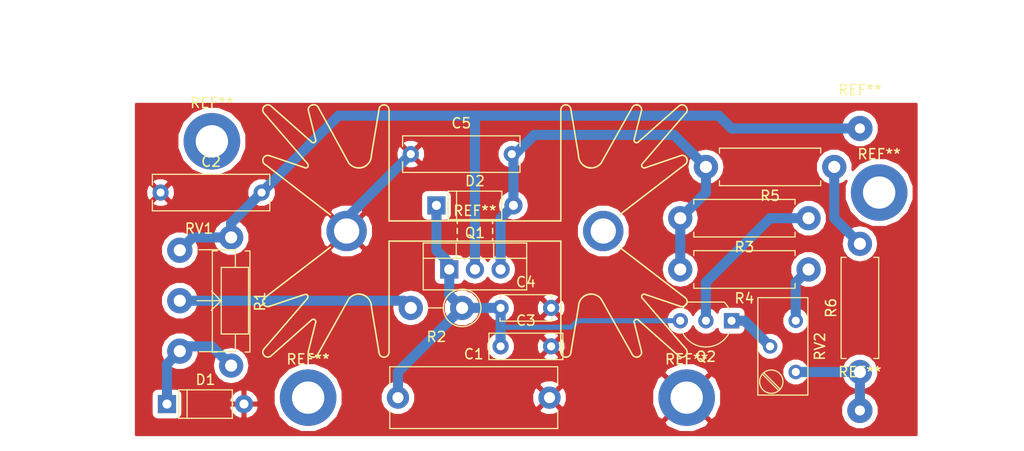
<source format=kicad_pcb>
(kicad_pcb (version 4) (host pcbnew 4.0.7)

  (general
    (links 31)
    (no_connects 1)
    (area 161.060001 65.245 262.699286 109.66)
    (thickness 1.6)
    (drawings 2)
    (tracks 52)
    (zones 0)
    (modules 24)
    (nets 12)
  )

  (page A4)
  (layers
    (0 F.Cu signal)
    (31 B.Cu signal)
    (32 B.Adhes user)
    (33 F.Adhes user)
    (34 B.Paste user)
    (35 F.Paste user)
    (36 B.SilkS user)
    (37 F.SilkS user)
    (38 B.Mask user)
    (39 F.Mask user)
    (40 Dwgs.User user)
    (41 Cmts.User user)
    (42 Eco1.User user)
    (43 Eco2.User user)
    (44 Edge.Cuts user)
    (45 Margin user)
    (46 B.CrtYd user)
    (47 F.CrtYd user)
    (48 B.Fab user)
    (49 F.Fab user)
  )

  (setup
    (last_trace_width 1)
    (trace_clearance 0.2)
    (zone_clearance 0.508)
    (zone_45_only no)
    (trace_min 0.2)
    (segment_width 0.2)
    (edge_width 0.15)
    (via_size 0.6)
    (via_drill 0.4)
    (via_min_size 0.4)
    (via_min_drill 0.3)
    (uvia_size 0.3)
    (uvia_drill 0.1)
    (uvias_allowed no)
    (uvia_min_size 0.2)
    (uvia_min_drill 0.1)
    (pcb_text_width 0.3)
    (pcb_text_size 1.5 1.5)
    (mod_edge_width 0.15)
    (mod_text_size 1 1)
    (mod_text_width 0.15)
    (pad_size 4 4)
    (pad_drill 2.5)
    (pad_to_mask_clearance 0.2)
    (aux_axis_origin 0 0)
    (visible_elements 7FFFFFFF)
    (pcbplotparams
      (layerselection 0x00000_80000001)
      (usegerberextensions false)
      (excludeedgelayer true)
      (linewidth 0.100000)
      (plotframeref false)
      (viasonmask false)
      (mode 1)
      (useauxorigin false)
      (hpglpennumber 1)
      (hpglpenspeed 20)
      (hpglpendiameter 15)
      (hpglpenoverlay 2)
      (psnegative false)
      (psa4output false)
      (plotreference true)
      (plotvalue true)
      (plotinvisibletext false)
      (padsonsilk false)
      (subtractmaskfromsilk false)
      (outputformat 5)
      (mirror false)
      (drillshape 0)
      (scaleselection 1)
      (outputdirectory ./))
  )

  (net 0 "")
  (net 1 "Net-(C1-Pad1)")
  (net 2 GND)
  (net 3 /Vin)
  (net 4 "Net-(C5-Pad2)")
  (net 5 "Net-(D1-Pad1)")
  (net 6 "Net-(Q2-Pad2)")
  (net 7 "Net-(Q2-Pad1)")
  (net 8 "Net-(R2-Pad2)")
  (net 9 "Net-(R4-Pad1)")
  (net 10 "Net-(R5-Pad1)")
  (net 11 /Vout)

  (net_class Default "This is the default net class."
    (clearance 0.2)
    (trace_width 1)
    (via_dia 0.6)
    (via_drill 0.4)
    (uvia_dia 0.3)
    (uvia_drill 0.1)
    (add_net /Vin)
    (add_net /Vout)
    (add_net GND)
    (add_net "Net-(C5-Pad2)")
    (add_net "Net-(D1-Pad1)")
    (add_net "Net-(Q2-Pad1)")
    (add_net "Net-(Q2-Pad2)")
    (add_net "Net-(R2-Pad2)")
    (add_net "Net-(R4-Pad1)")
    (add_net "Net-(R5-Pad1)")
  )

  (net_class "low current" ""
    (clearance 0.2)
    (trace_width 0.5)
    (via_dia 0.6)
    (via_drill 0.4)
    (uvia_dia 0.3)
    (uvia_drill 0.1)
    (add_net "Net-(C1-Pad1)")
  )

  (module Capacitors_THT:C_Rect_L16.5mm_W6.0mm_P15.00mm_MKT (layer F.Cu) (tedit 597BC7C2) (tstamp 5AC4B829)
    (at 200.66 104.14)
    (descr "C, Rect series, Radial, pin pitch=15.00mm, , length*width=16.5*6mm^2, Capacitor, https://en.tdk.eu/inf/20/20/db/fc_2009/MKT_B32560_564.pdf")
    (tags "C Rect series Radial pin pitch 15.00mm  length 16.5mm width 6mm Capacitor")
    (path /5AC4B771)
    (fp_text reference C1 (at 7.5 -4.31) (layer F.SilkS)
      (effects (font (size 1 1) (thickness 0.15)))
    )
    (fp_text value 100n (at 7.5 4.31) (layer F.Fab)
      (effects (font (size 1 1) (thickness 0.15)))
    )
    (fp_line (start -0.75 -3) (end -0.75 3) (layer F.Fab) (width 0.1))
    (fp_line (start -0.75 3) (end 15.75 3) (layer F.Fab) (width 0.1))
    (fp_line (start 15.75 3) (end 15.75 -3) (layer F.Fab) (width 0.1))
    (fp_line (start 15.75 -3) (end -0.75 -3) (layer F.Fab) (width 0.1))
    (fp_line (start -0.81 -3.06) (end 15.81 -3.06) (layer F.SilkS) (width 0.12))
    (fp_line (start -0.81 3.06) (end 15.81 3.06) (layer F.SilkS) (width 0.12))
    (fp_line (start -0.81 -3.06) (end -0.81 -1.296) (layer F.SilkS) (width 0.12))
    (fp_line (start -0.81 1.296) (end -0.81 3.06) (layer F.SilkS) (width 0.12))
    (fp_line (start 15.81 -3.06) (end 15.81 -1.296) (layer F.SilkS) (width 0.12))
    (fp_line (start 15.81 1.296) (end 15.81 3.06) (layer F.SilkS) (width 0.12))
    (fp_line (start -1.35 -3.35) (end -1.35 3.35) (layer F.CrtYd) (width 0.05))
    (fp_line (start -1.35 3.35) (end 16.35 3.35) (layer F.CrtYd) (width 0.05))
    (fp_line (start 16.35 3.35) (end 16.35 -3.35) (layer F.CrtYd) (width 0.05))
    (fp_line (start 16.35 -3.35) (end -1.35 -3.35) (layer F.CrtYd) (width 0.05))
    (fp_text user %R (at 7.5 0) (layer F.Fab)
      (effects (font (size 1 1) (thickness 0.15)))
    )
    (pad 1 thru_hole circle (at 0 0) (size 2.2 2.2) (drill 1.1) (layers *.Cu *.Mask)
      (net 1 "Net-(C1-Pad1)"))
    (pad 2 thru_hole circle (at 15 0) (size 2.2 2.2) (drill 1.1) (layers *.Cu *.Mask)
      (net 2 GND))
    (model ${KISYS3DMOD}/Capacitors_THT.3dshapes/C_Rect_L16.5mm_W6.0mm_P15.00mm_MKT.wrl
      (at (xyz 0 0 0))
      (scale (xyz 1 1 1))
      (rotate (xyz 0 0 0))
    )
  )

  (module Capacitors_THT:C_Rect_L11.5mm_W3.5mm_P10.00mm_MKT (layer F.Cu) (tedit 597BC7C2) (tstamp 5AC4B83E)
    (at 177.165 83.82)
    (descr "C, Rect series, Radial, pin pitch=10.00mm, , length*width=11.5*3.5mm^2, Capacitor, https://en.tdk.eu/inf/20/20/db/fc_2009/MKT_B32560_564.pdf")
    (tags "C Rect series Radial pin pitch 10.00mm  length 11.5mm width 3.5mm Capacitor")
    (path /5AC4B776)
    (fp_text reference C2 (at 5 -3.06) (layer F.SilkS)
      (effects (font (size 1 1) (thickness 0.15)))
    )
    (fp_text value 10nF (at 5 3.06) (layer F.Fab)
      (effects (font (size 1 1) (thickness 0.15)))
    )
    (fp_line (start -0.75 -1.75) (end -0.75 1.75) (layer F.Fab) (width 0.1))
    (fp_line (start -0.75 1.75) (end 10.75 1.75) (layer F.Fab) (width 0.1))
    (fp_line (start 10.75 1.75) (end 10.75 -1.75) (layer F.Fab) (width 0.1))
    (fp_line (start 10.75 -1.75) (end -0.75 -1.75) (layer F.Fab) (width 0.1))
    (fp_line (start -0.81 -1.81) (end 10.81 -1.81) (layer F.SilkS) (width 0.12))
    (fp_line (start -0.81 1.81) (end 10.81 1.81) (layer F.SilkS) (width 0.12))
    (fp_line (start -0.81 -1.81) (end -0.81 -0.75) (layer F.SilkS) (width 0.12))
    (fp_line (start -0.81 0.75) (end -0.81 1.81) (layer F.SilkS) (width 0.12))
    (fp_line (start 10.81 -1.81) (end 10.81 -0.75) (layer F.SilkS) (width 0.12))
    (fp_line (start 10.81 0.75) (end 10.81 1.81) (layer F.SilkS) (width 0.12))
    (fp_line (start -1.1 -2.1) (end -1.1 2.1) (layer F.CrtYd) (width 0.05))
    (fp_line (start -1.1 2.1) (end 11.1 2.1) (layer F.CrtYd) (width 0.05))
    (fp_line (start 11.1 2.1) (end 11.1 -2.1) (layer F.CrtYd) (width 0.05))
    (fp_line (start 11.1 -2.1) (end -1.1 -2.1) (layer F.CrtYd) (width 0.05))
    (fp_text user %R (at 5 0) (layer F.Fab)
      (effects (font (size 1 1) (thickness 0.15)))
    )
    (pad 1 thru_hole circle (at 0 0) (size 1.6 1.6) (drill 0.8) (layers *.Cu *.Mask)
      (net 2 GND))
    (pad 2 thru_hole circle (at 10 0) (size 1.6 1.6) (drill 0.8) (layers *.Cu *.Mask)
      (net 3 /Vin))
    (model ${KISYS3DMOD}/Capacitors_THT.3dshapes/C_Rect_L11.5mm_W3.5mm_P10.00mm_MKT.wrl
      (at (xyz 0 0 0))
      (scale (xyz 1 1 1))
      (rotate (xyz 0 0 0))
    )
  )

  (module Capacitors_THT:C_Disc_D5.0mm_W2.5mm_P5.00mm (layer F.Cu) (tedit 597BC7C2) (tstamp 5AC4B866)
    (at 210.82 95.25)
    (descr "C, Disc series, Radial, pin pitch=5.00mm, , diameter*width=5*2.5mm^2, Capacitor, http://cdn-reichelt.de/documents/datenblatt/B300/DS_KERKO_TC.pdf")
    (tags "C Disc series Radial pin pitch 5.00mm  diameter 5mm width 2.5mm Capacitor")
    (path /5AC4B773)
    (fp_text reference C4 (at 2.5 -2.56) (layer F.SilkS)
      (effects (font (size 1 1) (thickness 0.15)))
    )
    (fp_text value 47pF (at 2.5 2.56) (layer F.Fab)
      (effects (font (size 1 1) (thickness 0.15)))
    )
    (fp_line (start 0 -1.25) (end 0 1.25) (layer F.Fab) (width 0.1))
    (fp_line (start 0 1.25) (end 5 1.25) (layer F.Fab) (width 0.1))
    (fp_line (start 5 1.25) (end 5 -1.25) (layer F.Fab) (width 0.1))
    (fp_line (start 5 -1.25) (end 0 -1.25) (layer F.Fab) (width 0.1))
    (fp_line (start -0.06 -1.31) (end 5.06 -1.31) (layer F.SilkS) (width 0.12))
    (fp_line (start -0.06 1.31) (end 5.06 1.31) (layer F.SilkS) (width 0.12))
    (fp_line (start -0.06 -1.31) (end -0.06 -0.996) (layer F.SilkS) (width 0.12))
    (fp_line (start -0.06 0.996) (end -0.06 1.31) (layer F.SilkS) (width 0.12))
    (fp_line (start 5.06 -1.31) (end 5.06 -0.996) (layer F.SilkS) (width 0.12))
    (fp_line (start 5.06 0.996) (end 5.06 1.31) (layer F.SilkS) (width 0.12))
    (fp_line (start -1.05 -1.6) (end -1.05 1.6) (layer F.CrtYd) (width 0.05))
    (fp_line (start -1.05 1.6) (end 6.05 1.6) (layer F.CrtYd) (width 0.05))
    (fp_line (start 6.05 1.6) (end 6.05 -1.6) (layer F.CrtYd) (width 0.05))
    (fp_line (start 6.05 -1.6) (end -1.05 -1.6) (layer F.CrtYd) (width 0.05))
    (fp_text user %R (at 2.5 0) (layer F.Fab)
      (effects (font (size 1 1) (thickness 0.15)))
    )
    (pad 1 thru_hole circle (at 0 0) (size 1.6 1.6) (drill 0.8) (layers *.Cu *.Mask)
      (net 1 "Net-(C1-Pad1)"))
    (pad 2 thru_hole circle (at 5 0) (size 1.6 1.6) (drill 0.8) (layers *.Cu *.Mask)
      (net 2 GND))
    (model ${KISYS3DMOD}/Capacitors_THT.3dshapes/C_Disc_D5.0mm_W2.5mm_P5.00mm.wrl
      (at (xyz 0 0 0))
      (scale (xyz 1 1 1))
      (rotate (xyz 0 0 0))
    )
  )

  (module Capacitors_THT:C_Rect_L11.5mm_W3.5mm_P10.00mm_MKT (layer F.Cu) (tedit 597BC7C2) (tstamp 5AC4B87B)
    (at 201.93 80.01)
    (descr "C, Rect series, Radial, pin pitch=10.00mm, , length*width=11.5*3.5mm^2, Capacitor, https://en.tdk.eu/inf/20/20/db/fc_2009/MKT_B32560_564.pdf")
    (tags "C Rect series Radial pin pitch 10.00mm  length 11.5mm width 3.5mm Capacitor")
    (path /5AC4B777)
    (fp_text reference C5 (at 5 -3.06) (layer F.SilkS)
      (effects (font (size 1 1) (thickness 0.15)))
    )
    (fp_text value 10nF (at 5 3.06) (layer F.Fab)
      (effects (font (size 1 1) (thickness 0.15)))
    )
    (fp_line (start -0.75 -1.75) (end -0.75 1.75) (layer F.Fab) (width 0.1))
    (fp_line (start -0.75 1.75) (end 10.75 1.75) (layer F.Fab) (width 0.1))
    (fp_line (start 10.75 1.75) (end 10.75 -1.75) (layer F.Fab) (width 0.1))
    (fp_line (start 10.75 -1.75) (end -0.75 -1.75) (layer F.Fab) (width 0.1))
    (fp_line (start -0.81 -1.81) (end 10.81 -1.81) (layer F.SilkS) (width 0.12))
    (fp_line (start -0.81 1.81) (end 10.81 1.81) (layer F.SilkS) (width 0.12))
    (fp_line (start -0.81 -1.81) (end -0.81 -0.75) (layer F.SilkS) (width 0.12))
    (fp_line (start -0.81 0.75) (end -0.81 1.81) (layer F.SilkS) (width 0.12))
    (fp_line (start 10.81 -1.81) (end 10.81 -0.75) (layer F.SilkS) (width 0.12))
    (fp_line (start 10.81 0.75) (end 10.81 1.81) (layer F.SilkS) (width 0.12))
    (fp_line (start -1.1 -2.1) (end -1.1 2.1) (layer F.CrtYd) (width 0.05))
    (fp_line (start -1.1 2.1) (end 11.1 2.1) (layer F.CrtYd) (width 0.05))
    (fp_line (start 11.1 2.1) (end 11.1 -2.1) (layer F.CrtYd) (width 0.05))
    (fp_line (start 11.1 -2.1) (end -1.1 -2.1) (layer F.CrtYd) (width 0.05))
    (fp_text user %R (at 5 0) (layer F.Fab)
      (effects (font (size 1 1) (thickness 0.15)))
    )
    (pad 1 thru_hole circle (at 0 0) (size 1.6 1.6) (drill 0.8) (layers *.Cu *.Mask)
      (net 2 GND))
    (pad 2 thru_hole circle (at 10 0) (size 1.6 1.6) (drill 0.8) (layers *.Cu *.Mask)
      (net 4 "Net-(C5-Pad2)"))
    (model ${KISYS3DMOD}/Capacitors_THT.3dshapes/C_Rect_L11.5mm_W3.5mm_P10.00mm_MKT.wrl
      (at (xyz 0 0 0))
      (scale (xyz 1 1 1))
      (rotate (xyz 0 0 0))
    )
  )

  (module Diodes_THT:D_A-405_P7.62mm_Horizontal (layer F.Cu) (tedit 5921392E) (tstamp 5AC4B8AD)
    (at 204.47 85.09)
    (descr "D, A-405 series, Axial, Horizontal, pin pitch=7.62mm, , length*diameter=5.2*2.7mm^2, , http://www.diodes.com/_files/packages/A-405.pdf")
    (tags "D A-405 series Axial Horizontal pin pitch 7.62mm  length 5.2mm diameter 2.7mm")
    (path /5AC4B770)
    (fp_text reference D2 (at 3.81 -2.41) (layer F.SilkS)
      (effects (font (size 1 1) (thickness 0.15)))
    )
    (fp_text value 16V (at 3.81 2.41) (layer F.Fab)
      (effects (font (size 1 1) (thickness 0.15)))
    )
    (fp_text user %R (at 3.81 0) (layer F.Fab)
      (effects (font (size 1 1) (thickness 0.15)))
    )
    (fp_line (start 1.21 -1.35) (end 1.21 1.35) (layer F.Fab) (width 0.1))
    (fp_line (start 1.21 1.35) (end 6.41 1.35) (layer F.Fab) (width 0.1))
    (fp_line (start 6.41 1.35) (end 6.41 -1.35) (layer F.Fab) (width 0.1))
    (fp_line (start 6.41 -1.35) (end 1.21 -1.35) (layer F.Fab) (width 0.1))
    (fp_line (start 0 0) (end 1.21 0) (layer F.Fab) (width 0.1))
    (fp_line (start 7.62 0) (end 6.41 0) (layer F.Fab) (width 0.1))
    (fp_line (start 1.99 -1.35) (end 1.99 1.35) (layer F.Fab) (width 0.1))
    (fp_line (start 1.15 -1.41) (end 1.15 1.41) (layer F.SilkS) (width 0.12))
    (fp_line (start 1.15 1.41) (end 6.47 1.41) (layer F.SilkS) (width 0.12))
    (fp_line (start 6.47 1.41) (end 6.47 -1.41) (layer F.SilkS) (width 0.12))
    (fp_line (start 6.47 -1.41) (end 1.15 -1.41) (layer F.SilkS) (width 0.12))
    (fp_line (start 1.08 0) (end 1.15 0) (layer F.SilkS) (width 0.12))
    (fp_line (start 6.54 0) (end 6.47 0) (layer F.SilkS) (width 0.12))
    (fp_line (start 1.99 -1.41) (end 1.99 1.41) (layer F.SilkS) (width 0.12))
    (fp_line (start -1.15 -1.7) (end -1.15 1.7) (layer F.CrtYd) (width 0.05))
    (fp_line (start -1.15 1.7) (end 8.8 1.7) (layer F.CrtYd) (width 0.05))
    (fp_line (start 8.8 1.7) (end 8.8 -1.7) (layer F.CrtYd) (width 0.05))
    (fp_line (start 8.8 -1.7) (end -1.15 -1.7) (layer F.CrtYd) (width 0.05))
    (pad 1 thru_hole rect (at 0 0) (size 1.8 1.8) (drill 0.9) (layers *.Cu *.Mask)
      (net 1 "Net-(C1-Pad1)"))
    (pad 2 thru_hole oval (at 7.62 0) (size 1.8 1.8) (drill 0.9) (layers *.Cu *.Mask)
      (net 4 "Net-(C5-Pad2)"))
    (model ${KISYS3DMOD}/Diodes_THT.3dshapes/D_A-405_P7.62mm_Horizontal.wrl
      (at (xyz 0 0 0))
      (scale (xyz 0.393701 0.393701 0.393701))
      (rotate (xyz 0 0 0))
    )
  )

  (module TO_SOT_Packages_THT:TO-220-3_Vertical (layer F.Cu) (tedit 58CE52AD) (tstamp 5AC4B8C7)
    (at 205.74 91.44)
    (descr "TO-220-3, Vertical, RM 2.54mm")
    (tags "TO-220-3 Vertical RM 2.54mm")
    (path /5AC4B76D)
    (fp_text reference Q1 (at 2.54 -3.62) (layer F.SilkS)
      (effects (font (size 1 1) (thickness 0.15)))
    )
    (fp_text value IRF830 (at 2.54 3.92) (layer F.Fab)
      (effects (font (size 1 1) (thickness 0.15)))
    )
    (fp_text user %R (at 2.54 -3.62) (layer F.Fab)
      (effects (font (size 1 1) (thickness 0.15)))
    )
    (fp_line (start -2.46 -2.5) (end -2.46 1.9) (layer F.Fab) (width 0.1))
    (fp_line (start -2.46 1.9) (end 7.54 1.9) (layer F.Fab) (width 0.1))
    (fp_line (start 7.54 1.9) (end 7.54 -2.5) (layer F.Fab) (width 0.1))
    (fp_line (start 7.54 -2.5) (end -2.46 -2.5) (layer F.Fab) (width 0.1))
    (fp_line (start -2.46 -1.23) (end 7.54 -1.23) (layer F.Fab) (width 0.1))
    (fp_line (start 0.69 -2.5) (end 0.69 -1.23) (layer F.Fab) (width 0.1))
    (fp_line (start 4.39 -2.5) (end 4.39 -1.23) (layer F.Fab) (width 0.1))
    (fp_line (start -2.58 -2.62) (end 7.66 -2.62) (layer F.SilkS) (width 0.12))
    (fp_line (start -2.58 2.021) (end 7.66 2.021) (layer F.SilkS) (width 0.12))
    (fp_line (start -2.58 -2.62) (end -2.58 2.021) (layer F.SilkS) (width 0.12))
    (fp_line (start 7.66 -2.62) (end 7.66 2.021) (layer F.SilkS) (width 0.12))
    (fp_line (start -2.58 -1.11) (end 7.66 -1.11) (layer F.SilkS) (width 0.12))
    (fp_line (start 0.69 -2.62) (end 0.69 -1.11) (layer F.SilkS) (width 0.12))
    (fp_line (start 4.391 -2.62) (end 4.391 -1.11) (layer F.SilkS) (width 0.12))
    (fp_line (start -2.71 -2.75) (end -2.71 2.16) (layer F.CrtYd) (width 0.05))
    (fp_line (start -2.71 2.16) (end 7.79 2.16) (layer F.CrtYd) (width 0.05))
    (fp_line (start 7.79 2.16) (end 7.79 -2.75) (layer F.CrtYd) (width 0.05))
    (fp_line (start 7.79 -2.75) (end -2.71 -2.75) (layer F.CrtYd) (width 0.05))
    (pad 1 thru_hole rect (at 0 0) (size 1.8 1.8) (drill 1) (layers *.Cu *.Mask)
      (net 1 "Net-(C1-Pad1)"))
    (pad 2 thru_hole oval (at 2.54 0) (size 1.8 1.8) (drill 1) (layers *.Cu *.Mask)
      (net 3 /Vin))
    (pad 3 thru_hole oval (at 5.08 0) (size 1.8 1.8) (drill 1) (layers *.Cu *.Mask)
      (net 4 "Net-(C5-Pad2)"))
    (model ${KISYS3DMOD}/TO_SOT_Packages_THT.3dshapes/TO-220-3_Vertical.wrl
      (at (xyz 0.1 0 0))
      (scale (xyz 0.393701 0.393701 0.393701))
      (rotate (xyz 0 0 0))
    )
  )

  (module Resistors_THT:R_Axial_DIN0411_L9.9mm_D3.6mm_P12.70mm_Horizontal (layer F.Cu) (tedit 5874F706) (tstamp 5AC4B8EF)
    (at 184.15 88.265 270)
    (descr "Resistor, Axial_DIN0411 series, Axial, Horizontal, pin pitch=12.7mm, 1W = 1/1W, length*diameter=9.9*3.6mm^2")
    (tags "Resistor Axial_DIN0411 series Axial Horizontal pin pitch 12.7mm 1W = 1/1W length 9.9mm diameter 3.6mm")
    (path /5AC4B775)
    (fp_text reference R1 (at 6.35 -2.86 270) (layer F.SilkS)
      (effects (font (size 1 1) (thickness 0.15)))
    )
    (fp_text value 100k (at 6.35 2.86 270) (layer F.Fab)
      (effects (font (size 1 1) (thickness 0.15)))
    )
    (fp_line (start 1.4 -1.8) (end 1.4 1.8) (layer F.Fab) (width 0.1))
    (fp_line (start 1.4 1.8) (end 11.3 1.8) (layer F.Fab) (width 0.1))
    (fp_line (start 11.3 1.8) (end 11.3 -1.8) (layer F.Fab) (width 0.1))
    (fp_line (start 11.3 -1.8) (end 1.4 -1.8) (layer F.Fab) (width 0.1))
    (fp_line (start 0 0) (end 1.4 0) (layer F.Fab) (width 0.1))
    (fp_line (start 12.7 0) (end 11.3 0) (layer F.Fab) (width 0.1))
    (fp_line (start 1.34 -1.38) (end 1.34 -1.86) (layer F.SilkS) (width 0.12))
    (fp_line (start 1.34 -1.86) (end 11.36 -1.86) (layer F.SilkS) (width 0.12))
    (fp_line (start 11.36 -1.86) (end 11.36 -1.38) (layer F.SilkS) (width 0.12))
    (fp_line (start 1.34 1.38) (end 1.34 1.86) (layer F.SilkS) (width 0.12))
    (fp_line (start 1.34 1.86) (end 11.36 1.86) (layer F.SilkS) (width 0.12))
    (fp_line (start 11.36 1.86) (end 11.36 1.38) (layer F.SilkS) (width 0.12))
    (fp_line (start -1.45 -2.15) (end -1.45 2.15) (layer F.CrtYd) (width 0.05))
    (fp_line (start -1.45 2.15) (end 14.15 2.15) (layer F.CrtYd) (width 0.05))
    (fp_line (start 14.15 2.15) (end 14.15 -2.15) (layer F.CrtYd) (width 0.05))
    (fp_line (start 14.15 -2.15) (end -1.45 -2.15) (layer F.CrtYd) (width 0.05))
    (pad 1 thru_hole circle (at 0 0 270) (size 2.4 2.4) (drill 1.2) (layers *.Cu *.Mask)
      (net 3 /Vin))
    (pad 2 thru_hole oval (at 12.7 0 270) (size 2.4 2.4) (drill 1.2) (layers *.Cu *.Mask)
      (net 5 "Net-(D1-Pad1)"))
    (model ${KISYS3DMOD}/Resistors_THT.3dshapes/R_Axial_DIN0411_L9.9mm_D3.6mm_P12.70mm_Horizontal.wrl
      (at (xyz 0 0 0))
      (scale (xyz 0.393701 0.393701 0.393701))
      (rotate (xyz 0 0 0))
    )
  )

  (module Resistors_THT:R_Axial_DIN0411_L9.9mm_D3.6mm_P12.70mm_Horizontal (layer F.Cu) (tedit 5874F706) (tstamp 5AC4B91B)
    (at 241.3 86.36 180)
    (descr "Resistor, Axial_DIN0411 series, Axial, Horizontal, pin pitch=12.7mm, 1W = 1/1W, length*diameter=9.9*3.6mm^2")
    (tags "Resistor Axial_DIN0411 series Axial Horizontal pin pitch 12.7mm 1W = 1/1W length 9.9mm diameter 3.6mm")
    (path /5AC4B77E)
    (fp_text reference R3 (at 6.35 -2.86 180) (layer F.SilkS)
      (effects (font (size 1 1) (thickness 0.15)))
    )
    (fp_text value 1k (at 6.35 2.86 180) (layer F.Fab)
      (effects (font (size 1 1) (thickness 0.15)))
    )
    (fp_line (start 1.4 -1.8) (end 1.4 1.8) (layer F.Fab) (width 0.1))
    (fp_line (start 1.4 1.8) (end 11.3 1.8) (layer F.Fab) (width 0.1))
    (fp_line (start 11.3 1.8) (end 11.3 -1.8) (layer F.Fab) (width 0.1))
    (fp_line (start 11.3 -1.8) (end 1.4 -1.8) (layer F.Fab) (width 0.1))
    (fp_line (start 0 0) (end 1.4 0) (layer F.Fab) (width 0.1))
    (fp_line (start 12.7 0) (end 11.3 0) (layer F.Fab) (width 0.1))
    (fp_line (start 1.34 -1.38) (end 1.34 -1.86) (layer F.SilkS) (width 0.12))
    (fp_line (start 1.34 -1.86) (end 11.36 -1.86) (layer F.SilkS) (width 0.12))
    (fp_line (start 11.36 -1.86) (end 11.36 -1.38) (layer F.SilkS) (width 0.12))
    (fp_line (start 1.34 1.38) (end 1.34 1.86) (layer F.SilkS) (width 0.12))
    (fp_line (start 1.34 1.86) (end 11.36 1.86) (layer F.SilkS) (width 0.12))
    (fp_line (start 11.36 1.86) (end 11.36 1.38) (layer F.SilkS) (width 0.12))
    (fp_line (start -1.45 -2.15) (end -1.45 2.15) (layer F.CrtYd) (width 0.05))
    (fp_line (start -1.45 2.15) (end 14.15 2.15) (layer F.CrtYd) (width 0.05))
    (fp_line (start 14.15 2.15) (end 14.15 -2.15) (layer F.CrtYd) (width 0.05))
    (fp_line (start 14.15 -2.15) (end -1.45 -2.15) (layer F.CrtYd) (width 0.05))
    (pad 1 thru_hole circle (at 0 0 180) (size 2.4 2.4) (drill 1.2) (layers *.Cu *.Mask)
      (net 6 "Net-(Q2-Pad2)"))
    (pad 2 thru_hole oval (at 12.7 0 180) (size 2.4 2.4) (drill 1.2) (layers *.Cu *.Mask)
      (net 4 "Net-(C5-Pad2)"))
    (model ${KISYS3DMOD}/Resistors_THT.3dshapes/R_Axial_DIN0411_L9.9mm_D3.6mm_P12.70mm_Horizontal.wrl
      (at (xyz 0 0 0))
      (scale (xyz 0.393701 0.393701 0.393701))
      (rotate (xyz 0 0 0))
    )
  )

  (module Resistors_THT:R_Axial_DIN0411_L9.9mm_D3.6mm_P12.70mm_Horizontal (layer F.Cu) (tedit 5874F706) (tstamp 5AC4B931)
    (at 241.3 91.44 180)
    (descr "Resistor, Axial_DIN0411 series, Axial, Horizontal, pin pitch=12.7mm, 1W = 1/1W, length*diameter=9.9*3.6mm^2")
    (tags "Resistor Axial_DIN0411 series Axial Horizontal pin pitch 12.7mm 1W = 1/1W length 9.9mm diameter 3.6mm")
    (path /5AC4B77F)
    (fp_text reference R4 (at 6.35 -2.86 180) (layer F.SilkS)
      (effects (font (size 1 1) (thickness 0.15)))
    )
    (fp_text value 330 (at 6.35 2.86 180) (layer F.Fab)
      (effects (font (size 1 1) (thickness 0.15)))
    )
    (fp_line (start 1.4 -1.8) (end 1.4 1.8) (layer F.Fab) (width 0.1))
    (fp_line (start 1.4 1.8) (end 11.3 1.8) (layer F.Fab) (width 0.1))
    (fp_line (start 11.3 1.8) (end 11.3 -1.8) (layer F.Fab) (width 0.1))
    (fp_line (start 11.3 -1.8) (end 1.4 -1.8) (layer F.Fab) (width 0.1))
    (fp_line (start 0 0) (end 1.4 0) (layer F.Fab) (width 0.1))
    (fp_line (start 12.7 0) (end 11.3 0) (layer F.Fab) (width 0.1))
    (fp_line (start 1.34 -1.38) (end 1.34 -1.86) (layer F.SilkS) (width 0.12))
    (fp_line (start 1.34 -1.86) (end 11.36 -1.86) (layer F.SilkS) (width 0.12))
    (fp_line (start 11.36 -1.86) (end 11.36 -1.38) (layer F.SilkS) (width 0.12))
    (fp_line (start 1.34 1.38) (end 1.34 1.86) (layer F.SilkS) (width 0.12))
    (fp_line (start 1.34 1.86) (end 11.36 1.86) (layer F.SilkS) (width 0.12))
    (fp_line (start 11.36 1.86) (end 11.36 1.38) (layer F.SilkS) (width 0.12))
    (fp_line (start -1.45 -2.15) (end -1.45 2.15) (layer F.CrtYd) (width 0.05))
    (fp_line (start -1.45 2.15) (end 14.15 2.15) (layer F.CrtYd) (width 0.05))
    (fp_line (start 14.15 2.15) (end 14.15 -2.15) (layer F.CrtYd) (width 0.05))
    (fp_line (start 14.15 -2.15) (end -1.45 -2.15) (layer F.CrtYd) (width 0.05))
    (pad 1 thru_hole circle (at 0 0 180) (size 2.4 2.4) (drill 1.2) (layers *.Cu *.Mask)
      (net 9 "Net-(R4-Pad1)"))
    (pad 2 thru_hole oval (at 12.7 0 180) (size 2.4 2.4) (drill 1.2) (layers *.Cu *.Mask)
      (net 4 "Net-(C5-Pad2)"))
    (model ${KISYS3DMOD}/Resistors_THT.3dshapes/R_Axial_DIN0411_L9.9mm_D3.6mm_P12.70mm_Horizontal.wrl
      (at (xyz 0 0 0))
      (scale (xyz 0.393701 0.393701 0.393701))
      (rotate (xyz 0 0 0))
    )
  )

  (module Resistors_THT:R_Axial_DIN0411_L9.9mm_D3.6mm_P12.70mm_Horizontal (layer F.Cu) (tedit 5874F706) (tstamp 5AC4B947)
    (at 243.84 81.28 180)
    (descr "Resistor, Axial_DIN0411 series, Axial, Horizontal, pin pitch=12.7mm, 1W = 1/1W, length*diameter=9.9*3.6mm^2")
    (tags "Resistor Axial_DIN0411 series Axial Horizontal pin pitch 12.7mm 1W = 1/1W length 9.9mm diameter 3.6mm")
    (path /5AC4B77B)
    (fp_text reference R5 (at 6.35 -2.86 180) (layer F.SilkS)
      (effects (font (size 1 1) (thickness 0.15)))
    )
    (fp_text value 10 (at 6.35 2.86 180) (layer F.Fab)
      (effects (font (size 1 1) (thickness 0.15)))
    )
    (fp_line (start 1.4 -1.8) (end 1.4 1.8) (layer F.Fab) (width 0.1))
    (fp_line (start 1.4 1.8) (end 11.3 1.8) (layer F.Fab) (width 0.1))
    (fp_line (start 11.3 1.8) (end 11.3 -1.8) (layer F.Fab) (width 0.1))
    (fp_line (start 11.3 -1.8) (end 1.4 -1.8) (layer F.Fab) (width 0.1))
    (fp_line (start 0 0) (end 1.4 0) (layer F.Fab) (width 0.1))
    (fp_line (start 12.7 0) (end 11.3 0) (layer F.Fab) (width 0.1))
    (fp_line (start 1.34 -1.38) (end 1.34 -1.86) (layer F.SilkS) (width 0.12))
    (fp_line (start 1.34 -1.86) (end 11.36 -1.86) (layer F.SilkS) (width 0.12))
    (fp_line (start 11.36 -1.86) (end 11.36 -1.38) (layer F.SilkS) (width 0.12))
    (fp_line (start 1.34 1.38) (end 1.34 1.86) (layer F.SilkS) (width 0.12))
    (fp_line (start 1.34 1.86) (end 11.36 1.86) (layer F.SilkS) (width 0.12))
    (fp_line (start 11.36 1.86) (end 11.36 1.38) (layer F.SilkS) (width 0.12))
    (fp_line (start -1.45 -2.15) (end -1.45 2.15) (layer F.CrtYd) (width 0.05))
    (fp_line (start -1.45 2.15) (end 14.15 2.15) (layer F.CrtYd) (width 0.05))
    (fp_line (start 14.15 2.15) (end 14.15 -2.15) (layer F.CrtYd) (width 0.05))
    (fp_line (start 14.15 -2.15) (end -1.45 -2.15) (layer F.CrtYd) (width 0.05))
    (pad 1 thru_hole circle (at 0 0 180) (size 2.4 2.4) (drill 1.2) (layers *.Cu *.Mask)
      (net 10 "Net-(R5-Pad1)"))
    (pad 2 thru_hole oval (at 12.7 0 180) (size 2.4 2.4) (drill 1.2) (layers *.Cu *.Mask)
      (net 4 "Net-(C5-Pad2)"))
    (model ${KISYS3DMOD}/Resistors_THT.3dshapes/R_Axial_DIN0411_L9.9mm_D3.6mm_P12.70mm_Horizontal.wrl
      (at (xyz 0 0 0))
      (scale (xyz 0.393701 0.393701 0.393701))
      (rotate (xyz 0 0 0))
    )
  )

  (module Resistors_THT:R_Axial_DIN0411_L9.9mm_D3.6mm_P12.70mm_Horizontal (layer F.Cu) (tedit 5874F706) (tstamp 5AC4B95D)
    (at 246.38 101.6 90)
    (descr "Resistor, Axial_DIN0411 series, Axial, Horizontal, pin pitch=12.7mm, 1W = 1/1W, length*diameter=9.9*3.6mm^2")
    (tags "Resistor Axial_DIN0411 series Axial Horizontal pin pitch 12.7mm 1W = 1/1W length 9.9mm diameter 3.6mm")
    (path /5AC4B77D)
    (fp_text reference R6 (at 6.35 -2.86 90) (layer F.SilkS)
      (effects (font (size 1 1) (thickness 0.15)))
    )
    (fp_text value 10 (at 6.35 2.86 90) (layer F.Fab)
      (effects (font (size 1 1) (thickness 0.15)))
    )
    (fp_line (start 1.4 -1.8) (end 1.4 1.8) (layer F.Fab) (width 0.1))
    (fp_line (start 1.4 1.8) (end 11.3 1.8) (layer F.Fab) (width 0.1))
    (fp_line (start 11.3 1.8) (end 11.3 -1.8) (layer F.Fab) (width 0.1))
    (fp_line (start 11.3 -1.8) (end 1.4 -1.8) (layer F.Fab) (width 0.1))
    (fp_line (start 0 0) (end 1.4 0) (layer F.Fab) (width 0.1))
    (fp_line (start 12.7 0) (end 11.3 0) (layer F.Fab) (width 0.1))
    (fp_line (start 1.34 -1.38) (end 1.34 -1.86) (layer F.SilkS) (width 0.12))
    (fp_line (start 1.34 -1.86) (end 11.36 -1.86) (layer F.SilkS) (width 0.12))
    (fp_line (start 11.36 -1.86) (end 11.36 -1.38) (layer F.SilkS) (width 0.12))
    (fp_line (start 1.34 1.38) (end 1.34 1.86) (layer F.SilkS) (width 0.12))
    (fp_line (start 1.34 1.86) (end 11.36 1.86) (layer F.SilkS) (width 0.12))
    (fp_line (start 11.36 1.86) (end 11.36 1.38) (layer F.SilkS) (width 0.12))
    (fp_line (start -1.45 -2.15) (end -1.45 2.15) (layer F.CrtYd) (width 0.05))
    (fp_line (start -1.45 2.15) (end 14.15 2.15) (layer F.CrtYd) (width 0.05))
    (fp_line (start 14.15 2.15) (end 14.15 -2.15) (layer F.CrtYd) (width 0.05))
    (fp_line (start 14.15 -2.15) (end -1.45 -2.15) (layer F.CrtYd) (width 0.05))
    (pad 1 thru_hole circle (at 0 0 90) (size 2.4 2.4) (drill 1.2) (layers *.Cu *.Mask)
      (net 11 /Vout))
    (pad 2 thru_hole oval (at 12.7 0 90) (size 2.4 2.4) (drill 1.2) (layers *.Cu *.Mask)
      (net 10 "Net-(R5-Pad1)"))
    (model ${KISYS3DMOD}/Resistors_THT.3dshapes/R_Axial_DIN0411_L9.9mm_D3.6mm_P12.70mm_Horizontal.wrl
      (at (xyz 0 0 0))
      (scale (xyz 0.393701 0.393701 0.393701))
      (rotate (xyz 0 0 0))
    )
  )

  (module Potentiometers:Potentiometer_WirePads (layer F.Cu) (tedit 58822A41) (tstamp 5AC4B973)
    (at 179.07 89.535)
    (descr "Potentiometer, Wire Pads only, RevA, 30 July 2010,")
    (tags "Potentiometer Wire Pads only RevA 30 July 2010 ")
    (path /5AC4B774)
    (fp_text reference RV1 (at 1.9 -2.15) (layer F.SilkS)
      (effects (font (size 1 1) (thickness 0.15)))
    )
    (fp_text value "250k lin" (at 2 12.2) (layer F.Fab)
      (effects (font (size 1 1) (thickness 0.15)))
    )
    (fp_line (start 4.05 5) (end 1.7 5) (layer F.SilkS) (width 0.12))
    (fp_line (start 5.5 10.05) (end 1.95 10.05) (layer F.SilkS) (width 0.12))
    (fp_line (start 5.5 8.3) (end 5.5 10.05) (layer F.SilkS) (width 0.12))
    (fp_line (start 5.5 1.7) (end 5.5 -0.05) (layer F.SilkS) (width 0.12))
    (fp_line (start 5.5 -0.05) (end 1.9 -0.05) (layer F.SilkS) (width 0.12))
    (fp_line (start 4.1 5) (end 3.1 5.95) (layer F.SilkS) (width 0.12))
    (fp_line (start 4.1 5.05) (end 3.15 4.05) (layer F.SilkS) (width 0.12))
    (fp_line (start 4.1 1.7) (end 6.8 1.7) (layer F.SilkS) (width 0.12))
    (fp_line (start 6.8 1.7) (end 6.8 8.3) (layer F.SilkS) (width 0.12))
    (fp_line (start 6.8 8.3) (end 4.1 8.3) (layer F.SilkS) (width 0.12))
    (fp_line (start 4.1 8.3) (end 4.1 1.7) (layer F.SilkS) (width 0.12))
    (fp_line (start -1.5 -1.5) (end 7.05 -1.5) (layer F.CrtYd) (width 0.05))
    (fp_line (start -1.5 -1.5) (end -1.5 11.5) (layer F.CrtYd) (width 0.05))
    (fp_line (start 7.05 11.5) (end 7.05 -1.5) (layer F.CrtYd) (width 0.05))
    (fp_line (start 7.05 11.5) (end -1.5 11.5) (layer F.CrtYd) (width 0.05))
    (pad 2 thru_hole circle (at 0 5) (size 2.5 2.5) (drill 1.2) (layers *.Cu *.Mask)
      (net 8 "Net-(R2-Pad2)"))
    (pad 3 thru_hole circle (at 0 10) (size 2.5 2.5) (drill 1.2) (layers *.Cu *.Mask)
      (net 5 "Net-(D1-Pad1)"))
    (pad 1 thru_hole circle (at 0 0) (size 2.5 2.5) (drill 1.2) (layers *.Cu *.Mask)
      (net 3 /Vin))
  )

  (module Potentiometers:Potentiometer_Trimmer_Bourns_3296Y (layer F.Cu) (tedit 58826EFB) (tstamp 5AC4B98C)
    (at 240.03 101.6 270)
    (descr "Spindle Trimmer Potentiometer, Bourns 3296Y, https://www.bourns.com/pdfs/3296.pdf")
    (tags "Spindle Trimmer Potentiometer   Bourns 3296Y")
    (path /5AC4B780)
    (fp_text reference RV2 (at -2.54 -2.39 270) (layer F.SilkS)
      (effects (font (size 1 1) (thickness 0.15)))
    )
    (fp_text value POT_TRIM (at -2.54 4.94 270) (layer F.Fab)
      (effects (font (size 1 1) (thickness 0.15)))
    )
    (fp_circle (center 0.955 2.42) (end 2.05 2.42) (layer F.Fab) (width 0.1))
    (fp_circle (center 0.955 2.42) (end 2.11 2.42) (layer F.SilkS) (width 0.12))
    (fp_line (start -7.305 -1.14) (end -7.305 3.69) (layer F.Fab) (width 0.1))
    (fp_line (start -7.305 3.69) (end 2.225 3.69) (layer F.Fab) (width 0.1))
    (fp_line (start 2.225 3.69) (end 2.225 -1.14) (layer F.Fab) (width 0.1))
    (fp_line (start 2.225 -1.14) (end -7.305 -1.14) (layer F.Fab) (width 0.1))
    (fp_line (start 1.786 1.724) (end 0.259 3.251) (layer F.Fab) (width 0.1))
    (fp_line (start 1.652 1.59) (end 0.125 3.117) (layer F.Fab) (width 0.1))
    (fp_line (start -7.365 -1.2) (end 2.285 -1.2) (layer F.SilkS) (width 0.12))
    (fp_line (start -7.365 3.751) (end 2.285 3.751) (layer F.SilkS) (width 0.12))
    (fp_line (start -7.365 -1.2) (end -7.365 3.751) (layer F.SilkS) (width 0.12))
    (fp_line (start 2.285 -1.2) (end 2.285 3.751) (layer F.SilkS) (width 0.12))
    (fp_line (start 1.831 1.686) (end 0.22 3.296) (layer F.SilkS) (width 0.12))
    (fp_line (start 1.691 1.545) (end 0.079 3.155) (layer F.SilkS) (width 0.12))
    (fp_line (start -7.6 -1.4) (end -7.6 3.95) (layer F.CrtYd) (width 0.05))
    (fp_line (start -7.6 3.95) (end 2.5 3.95) (layer F.CrtYd) (width 0.05))
    (fp_line (start 2.5 3.95) (end 2.5 -1.4) (layer F.CrtYd) (width 0.05))
    (fp_line (start 2.5 -1.4) (end -7.6 -1.4) (layer F.CrtYd) (width 0.05))
    (pad 1 thru_hole circle (at 0 0 270) (size 1.44 1.44) (drill 0.8) (layers *.Cu *.Mask)
      (net 11 /Vout))
    (pad 2 thru_hole circle (at -2.54 2.54 270) (size 1.44 1.44) (drill 0.8) (layers *.Cu *.Mask)
      (net 7 "Net-(Q2-Pad1)"))
    (pad 3 thru_hole circle (at -5.08 0 270) (size 1.44 1.44) (drill 0.8) (layers *.Cu *.Mask)
      (net 9 "Net-(R4-Pad1)"))
    (model Potentiometers.3dshapes/Potentiometer_Trimmer_Bourns_3296Y.wrl
      (at (xyz 0 0 0))
      (scale (xyz 1 1 1))
      (rotate (xyz 0 0 -90))
    )
  )

  (module Capacitors_THT:C_Rect_L7.2mm_W2.5mm_P5.00mm_FKS2_FKP2_MKS2_MKP2 (layer F.Cu) (tedit 597BC7C2) (tstamp 5AC4BE17)
    (at 210.82 99.06)
    (descr "C, Rect series, Radial, pin pitch=5.00mm, , length*width=7.2*2.5mm^2, Capacitor, http://www.wima.com/EN/WIMA_FKS_2.pdf")
    (tags "C Rect series Radial pin pitch 5.00mm  length 7.2mm width 2.5mm Capacitor")
    (path /5AC4B772)
    (fp_text reference C3 (at 2.5 -2.56) (layer F.SilkS)
      (effects (font (size 1 1) (thickness 0.15)))
    )
    (fp_text value 1n (at 2.5 2.56) (layer F.Fab)
      (effects (font (size 1 1) (thickness 0.15)))
    )
    (fp_line (start -1.1 -1.25) (end -1.1 1.25) (layer F.Fab) (width 0.1))
    (fp_line (start -1.1 1.25) (end 6.1 1.25) (layer F.Fab) (width 0.1))
    (fp_line (start 6.1 1.25) (end 6.1 -1.25) (layer F.Fab) (width 0.1))
    (fp_line (start 6.1 -1.25) (end -1.1 -1.25) (layer F.Fab) (width 0.1))
    (fp_line (start -1.16 -1.31) (end 6.16 -1.31) (layer F.SilkS) (width 0.12))
    (fp_line (start -1.16 1.31) (end 6.16 1.31) (layer F.SilkS) (width 0.12))
    (fp_line (start -1.16 -1.31) (end -1.16 1.31) (layer F.SilkS) (width 0.12))
    (fp_line (start 6.16 -1.31) (end 6.16 1.31) (layer F.SilkS) (width 0.12))
    (fp_line (start -1.45 -1.6) (end -1.45 1.6) (layer F.CrtYd) (width 0.05))
    (fp_line (start -1.45 1.6) (end 6.45 1.6) (layer F.CrtYd) (width 0.05))
    (fp_line (start 6.45 1.6) (end 6.45 -1.6) (layer F.CrtYd) (width 0.05))
    (fp_line (start 6.45 -1.6) (end -1.45 -1.6) (layer F.CrtYd) (width 0.05))
    (fp_text user %R (at 2.5 0) (layer F.Fab)
      (effects (font (size 1 1) (thickness 0.15)))
    )
    (pad 1 thru_hole circle (at 0 0) (size 1.6 1.6) (drill 0.8) (layers *.Cu *.Mask)
      (net 1 "Net-(C1-Pad1)"))
    (pad 2 thru_hole circle (at 5 0) (size 1.6 1.6) (drill 0.8) (layers *.Cu *.Mask)
      (net 2 GND))
    (model ${KISYS3DMOD}/Capacitors_THT.3dshapes/C_Rect_L7.2mm_W2.5mm_P5.00mm_FKS2_FKP2_MKS2_MKP2.wrl
      (at (xyz 0 0 0))
      (scale (xyz 1 1 1))
      (rotate (xyz 0 0 0))
    )
  )

  (module Diodes_THT:D_A-405_P7.62mm_Horizontal (layer F.Cu) (tedit 5921392E) (tstamp 5AC4BE30)
    (at 177.8 104.775)
    (descr "D, A-405 series, Axial, Horizontal, pin pitch=7.62mm, , length*diameter=5.2*2.7mm^2, , http://www.diodes.com/_files/packages/A-405.pdf")
    (tags "D A-405 series Axial Horizontal pin pitch 7.62mm  length 5.2mm diameter 2.7mm")
    (path /5AC4B76F)
    (fp_text reference D1 (at 3.81 -2.41) (layer F.SilkS)
      (effects (font (size 1 1) (thickness 0.15)))
    )
    (fp_text value 68V (at 3.81 2.41) (layer F.Fab)
      (effects (font (size 1 1) (thickness 0.15)))
    )
    (fp_text user %R (at 3.81 0) (layer F.Fab)
      (effects (font (size 1 1) (thickness 0.15)))
    )
    (fp_line (start 1.21 -1.35) (end 1.21 1.35) (layer F.Fab) (width 0.1))
    (fp_line (start 1.21 1.35) (end 6.41 1.35) (layer F.Fab) (width 0.1))
    (fp_line (start 6.41 1.35) (end 6.41 -1.35) (layer F.Fab) (width 0.1))
    (fp_line (start 6.41 -1.35) (end 1.21 -1.35) (layer F.Fab) (width 0.1))
    (fp_line (start 0 0) (end 1.21 0) (layer F.Fab) (width 0.1))
    (fp_line (start 7.62 0) (end 6.41 0) (layer F.Fab) (width 0.1))
    (fp_line (start 1.99 -1.35) (end 1.99 1.35) (layer F.Fab) (width 0.1))
    (fp_line (start 1.15 -1.41) (end 1.15 1.41) (layer F.SilkS) (width 0.12))
    (fp_line (start 1.15 1.41) (end 6.47 1.41) (layer F.SilkS) (width 0.12))
    (fp_line (start 6.47 1.41) (end 6.47 -1.41) (layer F.SilkS) (width 0.12))
    (fp_line (start 6.47 -1.41) (end 1.15 -1.41) (layer F.SilkS) (width 0.12))
    (fp_line (start 1.08 0) (end 1.15 0) (layer F.SilkS) (width 0.12))
    (fp_line (start 6.54 0) (end 6.47 0) (layer F.SilkS) (width 0.12))
    (fp_line (start 1.99 -1.41) (end 1.99 1.41) (layer F.SilkS) (width 0.12))
    (fp_line (start -1.15 -1.7) (end -1.15 1.7) (layer F.CrtYd) (width 0.05))
    (fp_line (start -1.15 1.7) (end 8.8 1.7) (layer F.CrtYd) (width 0.05))
    (fp_line (start 8.8 1.7) (end 8.8 -1.7) (layer F.CrtYd) (width 0.05))
    (fp_line (start 8.8 -1.7) (end -1.15 -1.7) (layer F.CrtYd) (width 0.05))
    (pad 1 thru_hole rect (at 0 0) (size 1.8 1.8) (drill 0.9) (layers *.Cu *.Mask)
      (net 5 "Net-(D1-Pad1)"))
    (pad 2 thru_hole oval (at 7.62 0) (size 1.8 1.8) (drill 0.9) (layers *.Cu *.Mask)
      (net 2 GND))
    (model ${KISYS3DMOD}/Diodes_THT.3dshapes/D_A-405_P7.62mm_Horizontal.wrl
      (at (xyz 0 0 0))
      (scale (xyz 0.393701 0.393701 0.393701))
      (rotate (xyz 0 0 0))
    )
  )

  (module Heatsinks:Heatsink_Fischer_SK129-STS_42x25mm_2xDrill2.5mm (layer F.Cu) (tedit 5AC4D607) (tstamp 5AC4BEC3)
    (at 208.28 87.63)
    (fp_text reference REF** (at 0 -2) (layer F.SilkS)
      (effects (font (size 1 1) (thickness 0.15)))
    )
    (fp_text value Heatsink_Fischer_SK129-STS_42x25mm_2xDrill2.5mm (at 0 13.5) (layer F.Fab)
      (effects (font (size 1 1) (thickness 0.15)))
    )
    (fp_line (start 20.8 -6.6) (end 14.3 -1.6) (layer F.SilkS) (width 0.15))
    (fp_line (start 20.8 6.6) (end 14.3 1.6) (layer F.SilkS) (width 0.15))
    (fp_line (start -20.8 6.6) (end -14.3 1.6) (layer F.SilkS) (width 0.15))
    (fp_line (start -20.7 -6.55) (end -14.3 -1.6) (layer F.SilkS) (width 0.15))
    (fp_arc (start 16 9) (end 15.75 9.05) (angle 90) (layer F.SilkS) (width 0.15))
    (fp_arc (start 16 9) (end 15.85 8.8) (angle 90) (layer F.SilkS) (width 0.15))
    (fp_arc (start 16.75 6.5) (end 16.6 6.7) (angle 90) (layer F.SilkS) (width 0.15))
    (fp_arc (start 16.75 6.5) (end 16.55 6.35) (angle 90) (layer F.SilkS) (width 0.15))
    (fp_arc (start 16.75 -6.5) (end 16.8 -6.25) (angle 90) (layer F.SilkS) (width 0.15))
    (fp_arc (start 16.75 -6.5) (end 16.55 -6.35) (angle 90) (layer F.SilkS) (width 0.15))
    (fp_arc (start 16 -9) (end 16.15 -8.8) (angle 90) (layer F.SilkS) (width 0.15))
    (fp_arc (start 16 -9) (end 15.95 -8.75) (angle 90) (layer F.SilkS) (width 0.15))
    (fp_arc (start 20.5 -12) (end 20.9 -12.3) (angle 90) (layer F.SilkS) (width 0.15))
    (fp_arc (start 20.5 -12) (end 20.2 -12.4) (angle 90) (layer F.SilkS) (width 0.15))
    (fp_arc (start 20.5 -7) (end 20.9 -7.3) (angle 90) (layer F.SilkS) (width 0.15))
    (fp_arc (start 20.5 -7) (end 20.45 -7.5) (angle 90) (layer F.SilkS) (width 0.15))
    (fp_arc (start 20.5 7) (end 20.95 7.2) (angle 90) (layer F.SilkS) (width 0.15))
    (fp_arc (start 20.5 7) (end 20.8 6.6) (angle 90) (layer F.SilkS) (width 0.15))
    (fp_arc (start 20.5 12) (end 20.9 11.7) (angle 90) (layer F.SilkS) (width 0.15))
    (fp_arc (start 20.5 12.05) (end 20.85 12.35) (angle 90) (layer F.SilkS) (width 0.15))
    (fp_line (start 16.15 8.8) (end 20.2 12.4) (layer F.SilkS) (width 0.15))
    (fp_line (start 16.5 12) (end 15.75 9) (layer F.SilkS) (width 0.15))
    (fp_line (start 16.6 6.7) (end 20.9 11.7) (layer F.SilkS) (width 0.15))
    (fp_line (start 16.9 6.3) (end 20.3 7.45) (layer F.SilkS) (width 0.15))
    (fp_line (start 16.8 -6.25) (end 20.45 -7.5) (layer F.SilkS) (width 0.15))
    (fp_line (start 16.55 -6.65) (end 20.8 -11.6) (layer F.SilkS) (width 0.15))
    (fp_line (start 16.15 -8.8) (end 20.2 -12.4) (layer F.SilkS) (width 0.15))
    (fp_line (start 16.5 -12) (end 15.75 -9.05) (layer F.SilkS) (width 0.15))
    (fp_arc (start -16.75 -6.5) (end -16.55 -6.35) (angle 90) (layer F.SilkS) (width 0.15))
    (fp_arc (start -16.75 -6.5) (end -16.55 -6.65) (angle 90) (layer F.SilkS) (width 0.15))
    (fp_arc (start -16 -9) (end -15.85 -8.8) (angle 90) (layer F.SilkS) (width 0.15))
    (fp_arc (start -16 -9) (end -15.75 -9.05) (angle 90) (layer F.SilkS) (width 0.15))
    (fp_arc (start -16.75 6.5) (end -16.65 6.3) (angle 90) (layer F.SilkS) (width 0.15))
    (fp_arc (start -16.75 6.5) (end -16.85 6.3) (angle 90) (layer F.SilkS) (width 0.15))
    (fp_arc (start -16 9) (end -15.95 8.75) (angle 90) (layer F.SilkS) (width 0.15))
    (fp_arc (start -16 9) (end -16.15 8.8) (angle 90) (layer F.SilkS) (width 0.15))
    (fp_line (start 8.5 12) (end 8.5 1) (layer F.SilkS) (width 0.15))
    (fp_arc (start -20.5 -7) (end -20.95 -7.2) (angle 90) (layer F.SilkS) (width 0.15))
    (fp_arc (start -20.5 -7) (end -20.7 -6.55) (angle 90) (layer F.SilkS) (width 0.15))
    (fp_arc (start -20.5 -12) (end -20.9 -12.3) (angle 90) (layer F.SilkS) (width 0.15))
    (fp_arc (start -20.5 -12) (end -20.9 -11.7) (angle 90) (layer F.SilkS) (width 0.15))
    (fp_line (start -16.9 -6.3) (end -20.3 -7.45) (layer F.SilkS) (width 0.15))
    (fp_arc (start -20.5 12) (end -20.15 12.35) (angle 90) (layer F.SilkS) (width 0.15))
    (fp_arc (start -20.5 12) (end -20.85 12.35) (angle 90) (layer F.SilkS) (width 0.15))
    (fp_arc (start -20.5 7) (end -20.3 7.45) (angle 90) (layer F.SilkS) (width 0.15))
    (fp_arc (start -20.5 7) (end -20.9 7.3) (angle 90) (layer F.SilkS) (width 0.15))
    (fp_line (start -8.5 12) (end -8.5 1) (layer F.SilkS) (width 0.15))
    (fp_line (start -20.3 7.45) (end -16.9 6.3) (layer F.SilkS) (width 0.15))
    (fp_line (start -20.85 11.65) (end -16.55 6.65) (layer F.SilkS) (width 0.15))
    (fp_line (start -20.1 12.3) (end -16.15 8.8) (layer F.SilkS) (width 0.15))
    (fp_line (start -16.5 12) (end -15.75 9) (layer F.SilkS) (width 0.15))
    (fp_line (start -16.55 -6.65) (end -20.9 -11.7) (layer F.SilkS) (width 0.15))
    (fp_line (start -16.2 -8.85) (end -20.15 -12.35) (layer F.SilkS) (width 0.15))
    (fp_line (start -8.5 -12) (end -8.5 -1) (layer F.SilkS) (width 0.15))
    (fp_line (start 8.5 -12) (end 8.5 -1) (layer F.SilkS) (width 0.15))
    (fp_line (start -15.75 -9) (end -16.5 -12) (layer F.SilkS) (width 0.15))
    (fp_line (start 15.55 12.2) (end 12.5 6.75) (layer F.SilkS) (width 0.15))
    (fp_arc (start 16 12) (end 16.2 12.45) (angle 90) (layer F.SilkS) (width 0.15))
    (fp_line (start -15.6 12.3) (end -12.5 6.75) (layer F.SilkS) (width 0.15))
    (fp_arc (start -16 12) (end -15.6 12.3) (angle 90) (layer F.SilkS) (width 0.15))
    (fp_line (start -15.5 -12.25) (end -12.5 -6.75) (layer F.SilkS) (width 0.15))
    (fp_arc (start -15.95 -12) (end -16.2 -12.45) (angle 90) (layer F.SilkS) (width 0.15))
    (fp_line (start 12.5 -6.75) (end 15.6 -12.3) (layer F.SilkS) (width 0.15))
    (fp_arc (start 16 -12) (end 15.6 -12.3) (angle 90) (layer F.SilkS) (width 0.15))
    (fp_arc (start 11.5 7.5) (end 10.75 6.5) (angle 90) (layer F.SilkS) (width 0.15))
    (fp_arc (start 11.5 7.5) (end 10.25 7.5) (angle 90) (layer F.SilkS) (width 0.15))
    (fp_arc (start -11.5 7.5) (end -11.5 6.25) (angle 90) (layer F.SilkS) (width 0.15))
    (fp_arc (start -11.5 7.5) (end -12.5 6.75) (angle 90) (layer F.SilkS) (width 0.15))
    (fp_arc (start -11.5 -7.5) (end -10.75 -6.5) (angle 90) (layer F.SilkS) (width 0.15))
    (fp_arc (start -11.5 -7.5) (end -10.25 -7.5) (angle 90) (layer F.SilkS) (width 0.15))
    (fp_arc (start 11.5 -7.5) (end 12.5 -6.75) (angle 90) (layer F.SilkS) (width 0.15))
    (fp_arc (start 11.5 -7.5) (end 11.5 -6.25) (angle 90) (layer F.SilkS) (width 0.15))
    (fp_line (start 10.25 7.5) (end 9.5 12) (layer F.SilkS) (width 0.15))
    (fp_line (start -10.25 7.5) (end -9.5 12) (layer F.SilkS) (width 0.15))
    (fp_line (start 9.5 -12) (end 10.25 -7.5) (layer F.SilkS) (width 0.15))
    (fp_line (start -9.5 -12) (end -10.25 -7.5) (layer F.SilkS) (width 0.15))
    (fp_arc (start -16 -12) (end -16.5 -12) (angle 90) (layer F.SilkS) (width 0.15))
    (fp_arc (start 16 -12) (end 16 -12.5) (angle 90) (layer F.SilkS) (width 0.15))
    (fp_arc (start 16 12) (end 16.5 12) (angle 90) (layer F.SilkS) (width 0.15))
    (fp_arc (start -16 12) (end -16 12.5) (angle 90) (layer F.SilkS) (width 0.15))
    (fp_arc (start -9 -12) (end -9.5 -12) (angle 90) (layer F.SilkS) (width 0.15))
    (fp_arc (start -9 -12) (end -9 -12.5) (angle 90) (layer F.SilkS) (width 0.15))
    (fp_arc (start -9 12) (end -9 12.5) (angle 90) (layer F.SilkS) (width 0.15))
    (fp_arc (start -9 12) (end -8.5 12) (angle 90) (layer F.SilkS) (width 0.15))
    (fp_arc (start 9 12) (end 9.5 12) (angle 90) (layer F.SilkS) (width 0.15))
    (fp_arc (start 9 12) (end 9 12.5) (angle 90) (layer F.SilkS) (width 0.15))
    (fp_arc (start 9 -12) (end 9 -12.5) (angle 90) (layer F.SilkS) (width 0.15))
    (fp_arc (start 9 -12) (end 8.5 -12) (angle 90) (layer F.SilkS) (width 0.15))
    (fp_line (start 1.75 -0.25) (end 1.75 0.25) (layer F.SilkS) (width 0.15))
    (fp_line (start -1.75 -0.25) (end -1.75 0.25) (layer F.SilkS) (width 0.15))
    (fp_line (start 1.75 0.75) (end 1.75 1) (layer F.SilkS) (width 0.15))
    (fp_line (start -1.75 1) (end -1.75 0.75) (layer F.SilkS) (width 0.15))
    (fp_line (start 1.75 -1) (end 1.75 -0.75) (layer F.SilkS) (width 0.15))
    (fp_line (start -1.75 -1) (end -1.75 -0.75) (layer F.SilkS) (width 0.15))
    (fp_line (start 8.5 1) (end -8.5 1) (layer F.SilkS) (width 0.15))
    (fp_line (start -8.5 -1) (end 8.5 -1) (layer F.SilkS) (width 0.15))
    (pad 1 thru_hole circle (at -12.7 0) (size 4 4) (drill 2.5) (layers *.Cu *.Mask)
      (net 2 GND))
    (pad 1 thru_hole circle (at 12.7 0) (size 4 4) (drill 2.5) (layers *.Cu *.Mask))
  )

  (module Resistors_THT:R_Axial_DIN0411_L9.9mm_D3.6mm_P5.08mm_Vertical (layer F.Cu) (tedit 5874F706) (tstamp 5AC4BFAC)
    (at 207.01 95.25 180)
    (descr "Resistor, Axial_DIN0411 series, Axial, Vertical, pin pitch=5.08mm, 1W = 1/1W, length*diameter=9.9*3.6mm^2")
    (tags "Resistor Axial_DIN0411 series Axial Vertical pin pitch 5.08mm 1W = 1/1W length 9.9mm diameter 3.6mm")
    (path /5AC4B76E)
    (fp_text reference R2 (at 2.54 -2.86 180) (layer F.SilkS)
      (effects (font (size 1 1) (thickness 0.15)))
    )
    (fp_text value 100k (at 2.54 2.86 180) (layer F.Fab)
      (effects (font (size 1 1) (thickness 0.15)))
    )
    (fp_circle (center 0 0) (end 1.8 0) (layer F.Fab) (width 0.1))
    (fp_circle (center 0 0) (end 1.86 0) (layer F.SilkS) (width 0.12))
    (fp_line (start 0 0) (end 5.08 0) (layer F.Fab) (width 0.1))
    (fp_line (start 1.86 0) (end 3.58 0) (layer F.SilkS) (width 0.12))
    (fp_line (start -2.15 -2.15) (end -2.15 2.15) (layer F.CrtYd) (width 0.05))
    (fp_line (start -2.15 2.15) (end 6.6 2.15) (layer F.CrtYd) (width 0.05))
    (fp_line (start 6.6 2.15) (end 6.6 -2.15) (layer F.CrtYd) (width 0.05))
    (fp_line (start 6.6 -2.15) (end -2.15 -2.15) (layer F.CrtYd) (width 0.05))
    (pad 1 thru_hole circle (at 0 0 180) (size 2.4 2.4) (drill 1.2) (layers *.Cu *.Mask)
      (net 1 "Net-(C1-Pad1)"))
    (pad 2 thru_hole oval (at 5.08 0 180) (size 2.4 2.4) (drill 1.2) (layers *.Cu *.Mask)
      (net 8 "Net-(R2-Pad2)"))
    (model ${KISYS3DMOD}/Resistors_THT.3dshapes/R_Axial_DIN0411_L9.9mm_D3.6mm_P5.08mm_Vertical.wrl
      (at (xyz 0 0 0))
      (scale (xyz 0.393701 0.393701 0.393701))
      (rotate (xyz 0 0 0))
    )
  )

  (module Wire_Pads:SolderWirePad_single_1mmDrill (layer F.Cu) (tedit 5AC4CA58) (tstamp 5AC4CDEA)
    (at 246.38 77.47)
    (fp_text reference REF** (at 0 -3.81) (layer F.SilkS)
      (effects (font (size 1 1) (thickness 0.15)))
    )
    (fp_text value SolderWirePad_single_1mmDrill (at -1.905 3.175) (layer F.Fab)
      (effects (font (size 1 1) (thickness 0.15)))
    )
    (pad 1 thru_hole circle (at 0 0) (size 2.49936 2.49936) (drill 1.00076) (layers *.Cu *.Mask)
      (net 3 /Vin))
  )

  (module TO_SOT_Packages_THT:TO-92_Inline_Wide (layer F.Cu) (tedit 58CE52AF) (tstamp 5AC4B8D9)
    (at 233.68 96.52 180)
    (descr "TO-92 leads in-line, wide, drill 0.8mm (see NXP sot054_po.pdf)")
    (tags "to-92 sc-43 sc-43a sot54 PA33 transistor")
    (path /5AC4B77C)
    (fp_text reference Q2 (at 2.54 -3.56 360) (layer F.SilkS)
      (effects (font (size 1 1) (thickness 0.15)))
    )
    (fp_text value 2N3904 (at 2.54 2.79 180) (layer F.Fab)
      (effects (font (size 1 1) (thickness 0.15)))
    )
    (fp_text user %R (at 2.54 -3.56 360) (layer F.Fab)
      (effects (font (size 1 1) (thickness 0.15)))
    )
    (fp_line (start 0.74 1.85) (end 4.34 1.85) (layer F.SilkS) (width 0.12))
    (fp_line (start 0.8 1.75) (end 4.3 1.75) (layer F.Fab) (width 0.1))
    (fp_line (start -1.01 -2.73) (end 6.09 -2.73) (layer F.CrtYd) (width 0.05))
    (fp_line (start -1.01 -2.73) (end -1.01 2.01) (layer F.CrtYd) (width 0.05))
    (fp_line (start 6.09 2.01) (end 6.09 -2.73) (layer F.CrtYd) (width 0.05))
    (fp_line (start 6.09 2.01) (end -1.01 2.01) (layer F.CrtYd) (width 0.05))
    (fp_arc (start 2.54 0) (end 0.74 1.85) (angle 20) (layer F.SilkS) (width 0.12))
    (fp_arc (start 2.54 0) (end 2.54 -2.6) (angle -65) (layer F.SilkS) (width 0.12))
    (fp_arc (start 2.54 0) (end 2.54 -2.6) (angle 65) (layer F.SilkS) (width 0.12))
    (fp_arc (start 2.54 0) (end 2.54 -2.48) (angle 135) (layer F.Fab) (width 0.1))
    (fp_arc (start 2.54 0) (end 2.54 -2.48) (angle -135) (layer F.Fab) (width 0.1))
    (fp_arc (start 2.54 0) (end 4.34 1.85) (angle -20) (layer F.SilkS) (width 0.12))
    (pad 2 thru_hole circle (at 2.54 0 270) (size 1.52 1.52) (drill 0.8) (layers *.Cu *.Mask)
      (net 6 "Net-(Q2-Pad2)"))
    (pad 3 thru_hole circle (at 5.08 0 270) (size 1.52 1.52) (drill 0.8) (layers *.Cu *.Mask)
      (net 1 "Net-(C1-Pad1)"))
    (pad 1 thru_hole rect (at 0 0 270) (size 1.52 1.52) (drill 0.8) (layers *.Cu *.Mask)
      (net 7 "Net-(Q2-Pad1)"))
    (model ${KISYS3DMOD}/TO_SOT_Packages_THT.3dshapes/TO-92_Inline_Wide.wrl
      (at (xyz 0.1 0 0))
      (scale (xyz 1 1 1))
      (rotate (xyz 0 0 -90))
    )
  )

  (module Wire_Pads:SolderWirePad_single_1mmDrill (layer F.Cu) (tedit 5AC4CFA5) (tstamp 5AC4CF94)
    (at 246.38 105.41)
    (fp_text reference REF** (at 0 -3.81) (layer F.SilkS)
      (effects (font (size 1 1) (thickness 0.15)))
    )
    (fp_text value SolderWirePad_single_1mmDrill (at -1.905 3.175) (layer F.Fab)
      (effects (font (size 1 1) (thickness 0.15)))
    )
    (pad 1 thru_hole circle (at 0 0) (size 2.49936 2.49936) (drill 1.00076) (layers *.Cu *.Mask)
      (net 11 /Vout))
  )

  (module Mounting_Holes:MountingHole_3.2mm_M3_DIN965_Pad (layer F.Cu) (tedit 5AC4D3B4) (tstamp 5AC4D07F)
    (at 229.235 104.14)
    (descr "Mounting Hole 3.2mm, M3, DIN965")
    (tags "mounting hole 3.2mm m3 din965")
    (attr virtual)
    (fp_text reference REF** (at 0 -3.8) (layer F.SilkS)
      (effects (font (size 1 1) (thickness 0.15)))
    )
    (fp_text value MountingHole_3.2mm_M3_DIN965_Pad (at 0 3.8) (layer F.Fab)
      (effects (font (size 1 1) (thickness 0.15)))
    )
    (fp_text user %R (at 0.3 0) (layer F.Fab)
      (effects (font (size 1 1) (thickness 0.15)))
    )
    (fp_circle (center 0 0) (end 2.8 0) (layer Cmts.User) (width 0.15))
    (fp_circle (center 0 0) (end 3.05 0) (layer F.CrtYd) (width 0.05))
    (pad 1 thru_hole circle (at 0 0) (size 5.6 5.6) (drill 3.2) (layers *.Cu *.Mask)
      (net 2 GND))
  )

  (module Mounting_Holes:MountingHole_3.2mm_M3_DIN965_Pad (layer F.Cu) (tedit 56D1B4CB) (tstamp 5AC4D112)
    (at 191.77 104.14)
    (descr "Mounting Hole 3.2mm, M3, DIN965")
    (tags "mounting hole 3.2mm m3 din965")
    (attr virtual)
    (fp_text reference REF** (at 0 -3.8) (layer F.SilkS)
      (effects (font (size 1 1) (thickness 0.15)))
    )
    (fp_text value MountingHole_3.2mm_M3_DIN965_Pad (at 0 3.8) (layer F.Fab)
      (effects (font (size 1 1) (thickness 0.15)))
    )
    (fp_text user %R (at 0.3 0) (layer F.Fab)
      (effects (font (size 1 1) (thickness 0.15)))
    )
    (fp_circle (center 0 0) (end 2.8 0) (layer Cmts.User) (width 0.15))
    (fp_circle (center 0 0) (end 3.05 0) (layer F.CrtYd) (width 0.05))
    (pad 1 thru_hole circle (at 0 0) (size 5.6 5.6) (drill 3.2) (layers *.Cu *.Mask))
  )

  (module Mounting_Holes:MountingHole_3.2mm_M3_DIN965_Pad (layer F.Cu) (tedit 56D1B4CB) (tstamp 5AC4D12D)
    (at 182.245 78.74)
    (descr "Mounting Hole 3.2mm, M3, DIN965")
    (tags "mounting hole 3.2mm m3 din965")
    (attr virtual)
    (fp_text reference REF** (at 0 -3.8) (layer F.SilkS)
      (effects (font (size 1 1) (thickness 0.15)))
    )
    (fp_text value MountingHole_3.2mm_M3_DIN965_Pad (at 0 3.8) (layer F.Fab)
      (effects (font (size 1 1) (thickness 0.15)))
    )
    (fp_text user %R (at 0.3 0) (layer F.Fab)
      (effects (font (size 1 1) (thickness 0.15)))
    )
    (fp_circle (center 0 0) (end 2.8 0) (layer Cmts.User) (width 0.15))
    (fp_circle (center 0 0) (end 3.05 0) (layer F.CrtYd) (width 0.05))
    (pad 1 thru_hole circle (at 0 0) (size 5.6 5.6) (drill 3.2) (layers *.Cu *.Mask))
  )

  (module Mounting_Holes:MountingHole_3.2mm_M3_DIN965_Pad (layer F.Cu) (tedit 56D1B4CB) (tstamp 5AC4D280)
    (at 248.285 83.82)
    (descr "Mounting Hole 3.2mm, M3, DIN965")
    (tags "mounting hole 3.2mm m3 din965")
    (attr virtual)
    (fp_text reference REF** (at 0 -3.8) (layer F.SilkS)
      (effects (font (size 1 1) (thickness 0.15)))
    )
    (fp_text value MountingHole_3.2mm_M3_DIN965_Pad (at 0 3.8) (layer F.Fab)
      (effects (font (size 1 1) (thickness 0.15)))
    )
    (fp_text user %R (at 0.3 0) (layer F.Fab)
      (effects (font (size 1 1) (thickness 0.15)))
    )
    (fp_circle (center 0 0) (end 2.8 0) (layer Cmts.User) (width 0.15))
    (fp_circle (center 0 0) (end 3.05 0) (layer F.CrtYd) (width 0.05))
    (pad 1 thru_hole circle (at 0 0) (size 5.6 5.6) (drill 3.2) (layers *.Cu *.Mask))
  )

  (dimension 33.02 (width 0.3) (layer Dwgs.User)
    (gr_text "33.020 mm" (at 167.56 91.44 270) (layer Dwgs.User)
      (effects (font (size 1.5 1.5) (thickness 0.3)))
    )
    (feature1 (pts (xy 174.625 107.95) (xy 166.21 107.95)))
    (feature2 (pts (xy 174.625 74.93) (xy 166.21 74.93)))
    (crossbar (pts (xy 168.91 74.93) (xy 168.91 107.95)))
    (arrow1a (pts (xy 168.91 107.95) (xy 168.323579 106.823496)))
    (arrow1b (pts (xy 168.91 107.95) (xy 169.496421 106.823496)))
    (arrow2a (pts (xy 168.91 74.93) (xy 168.323579 76.056504)))
    (arrow2b (pts (xy 168.91 74.93) (xy 169.496421 76.056504)))
  )
  (dimension 77.47 (width 0.3) (layer Dwgs.User)
    (gr_text "77.470 mm" (at 213.36 66.595) (layer Dwgs.User)
      (effects (font (size 1.5 1.5) (thickness 0.3)))
    )
    (feature1 (pts (xy 252.095 74.93) (xy 252.095 65.245)))
    (feature2 (pts (xy 174.625 74.93) (xy 174.625 65.245)))
    (crossbar (pts (xy 174.625 67.945) (xy 252.095 67.945)))
    (arrow1a (pts (xy 252.095 67.945) (xy 250.968496 68.531421)))
    (arrow1b (pts (xy 252.095 67.945) (xy 250.968496 67.358579)))
    (arrow2a (pts (xy 174.625 67.945) (xy 175.751504 68.531421)))
    (arrow2b (pts (xy 174.625 67.945) (xy 175.751504 67.358579)))
  )

  (segment (start 228.6 96.52) (end 218.44 96.52) (width 0.5) (layer B.Cu) (net 1) (status 400000))
  (segment (start 217.805 97.155) (end 210.82 97.155) (width 0.5) (layer B.Cu) (net 1) (tstamp 5AC4E77D))
  (segment (start 218.44 96.52) (end 217.805 97.155) (width 0.5) (layer B.Cu) (net 1) (tstamp 5AC4E77A))
  (segment (start 204.47 85.09) (end 204.47 89.535) (width 1) (layer B.Cu) (net 1))
  (segment (start 204.47 89.535) (end 205.74 90.805) (width 1) (layer B.Cu) (net 1) (tstamp 5AC4D66C))
  (segment (start 205.74 90.805) (end 205.74 91.44) (width 1) (layer B.Cu) (net 1) (tstamp 5AC4D66D))
  (segment (start 200.66 104.14) (end 200.66 101.6) (width 1) (layer B.Cu) (net 1))
  (segment (start 200.66 101.6) (end 207.01 95.25) (width 1) (layer B.Cu) (net 1) (tstamp 5AC4CE5B))
  (segment (start 205.74 91.44) (end 205.74 93.98) (width 1) (layer B.Cu) (net 1))
  (segment (start 205.74 93.98) (end 207.01 95.25) (width 1) (layer B.Cu) (net 1) (tstamp 5AC4CE58))
  (segment (start 207.01 95.25) (end 210.82 95.25) (width 1) (layer B.Cu) (net 1))
  (segment (start 210.82 95.25) (end 210.82 97.155) (width 1) (layer B.Cu) (net 1) (tstamp 5AC4CE37))
  (segment (start 210.82 97.155) (end 210.82 99.06) (width 1) (layer B.Cu) (net 1) (tstamp 5AC4CE3A))
  (segment (start 195.58 87.63) (end 195.58 86.36) (width 1) (layer B.Cu) (net 2))
  (segment (start 195.58 86.36) (end 201.93 80.01) (width 1) (layer B.Cu) (net 2) (tstamp 5AC4D670))
  (segment (start 184.15 88.265) (end 180.34 88.265) (width 1) (layer B.Cu) (net 3))
  (segment (start 180.34 88.265) (end 179.07 89.535) (width 1) (layer B.Cu) (net 3) (tstamp 5AC4D1CE))
  (segment (start 208.28 76.2) (end 194.785 76.2) (width 1) (layer B.Cu) (net 3))
  (segment (start 184.15 86.835) (end 184.15 88.265) (width 1) (layer B.Cu) (net 3) (tstamp 5AC4D1CB))
  (segment (start 194.785 76.2) (end 184.15 86.835) (width 1) (layer B.Cu) (net 3) (tstamp 5AC4D1C9))
  (segment (start 208.28 76.2) (end 208.28 91.44) (width 1) (layer B.Cu) (net 3))
  (segment (start 246.38 77.47) (end 233.68 77.47) (width 1) (layer B.Cu) (net 3))
  (segment (start 232.41 76.2) (end 208.28 76.2) (width 1) (layer B.Cu) (net 3) (tstamp 5AC4CE14))
  (segment (start 233.68 77.47) (end 232.41 76.2) (width 1) (layer B.Cu) (net 3) (tstamp 5AC4CE13))
  (segment (start 231.14 81.28) (end 231.14 83.82) (width 1) (layer B.Cu) (net 4))
  (segment (start 231.14 83.82) (end 228.6 86.36) (width 1) (layer B.Cu) (net 4) (tstamp 5AC4D1F7))
  (segment (start 212.09 85.09) (end 212.09 80.17) (width 1) (layer B.Cu) (net 4))
  (segment (start 212.09 80.17) (end 214.155 78.105) (width 1) (layer B.Cu) (net 4) (tstamp 5AC4CE81))
  (segment (start 227.965 78.105) (end 231.14 81.28) (width 1) (layer B.Cu) (net 4) (tstamp 5AC4CE86))
  (segment (start 214.155 78.105) (end 227.965 78.105) (width 1) (layer B.Cu) (net 4) (tstamp 5AC4CE83))
  (segment (start 228.6 86.36) (end 228.6 91.44) (width 1) (layer B.Cu) (net 4))
  (segment (start 210.82 91.44) (end 210.82 86.36) (width 1) (layer B.Cu) (net 4))
  (segment (start 210.82 86.36) (end 212.09 85.09) (width 1) (layer B.Cu) (net 4) (tstamp 5AC4CE1E))
  (segment (start 184.15 100.965) (end 182.245 99.06) (width 1) (layer B.Cu) (net 5))
  (segment (start 182.245 99.06) (end 179.545 99.06) (width 1) (layer B.Cu) (net 5) (tstamp 5AC4D1D6))
  (segment (start 179.545 99.06) (end 179.07 99.535) (width 1) (layer B.Cu) (net 5) (tstamp 5AC4D1D7))
  (segment (start 177.8 104.775) (end 177.8 100.805) (width 1) (layer B.Cu) (net 5))
  (segment (start 177.8 100.805) (end 179.07 99.535) (width 1) (layer B.Cu) (net 5) (tstamp 5AC4D1D1))
  (segment (start 177.8 104.775) (end 177.8 104.14) (width 1) (layer B.Cu) (net 5) (status 30))
  (segment (start 231.14 96.52) (end 231.14 92.71) (width 1) (layer B.Cu) (net 6))
  (segment (start 237.49 86.36) (end 241.3 86.36) (width 1) (layer B.Cu) (net 6) (tstamp 5AC4CE50))
  (segment (start 231.14 92.71) (end 237.49 86.36) (width 1) (layer B.Cu) (net 6) (tstamp 5AC4CE4F))
  (segment (start 233.68 96.52) (end 234.95 96.52) (width 1) (layer B.Cu) (net 7))
  (segment (start 234.95 96.52) (end 237.49 99.06) (width 1) (layer B.Cu) (net 7) (tstamp 5AC4CE40))
  (segment (start 179.07 94.535) (end 201.215 94.535) (width 1) (layer B.Cu) (net 8))
  (segment (start 201.215 94.535) (end 201.93 95.25) (width 1) (layer B.Cu) (net 8) (tstamp 5AC4D1DA))
  (segment (start 241.3 91.44) (end 240.03 92.71) (width 1) (layer B.Cu) (net 9))
  (segment (start 240.03 92.71) (end 240.03 96.52) (width 1) (layer B.Cu) (net 9) (tstamp 5AC4CE53))
  (segment (start 243.84 81.28) (end 243.84 86.36) (width 1) (layer B.Cu) (net 10))
  (segment (start 243.84 86.36) (end 246.38 88.9) (width 1) (layer B.Cu) (net 10) (tstamp 5AC4D29E))
  (segment (start 246.38 101.6) (end 246.38 105.41) (width 1) (layer B.Cu) (net 11))
  (segment (start 240.03 101.6) (end 246.38 101.6) (width 1) (layer B.Cu) (net 11))

  (zone (net 2) (net_name GND) (layer F.Cu) (tstamp 5AC4CF0B) (hatch edge 0.508)
    (connect_pads (clearance 0.508))
    (min_thickness 0.254)
    (fill yes (arc_segments 16) (thermal_gap 0.508) (thermal_bridge_width 0.508))
    (polygon
      (pts
        (xy 252.095 107.95) (xy 174.625 107.95) (xy 174.625 74.93) (xy 252.095 74.93)
      )
    )
    (filled_polygon
      (pts
        (xy 251.968 107.823) (xy 174.752 107.823) (xy 174.752 103.875) (xy 176.25256 103.875) (xy 176.25256 105.675)
        (xy 176.296838 105.910317) (xy 176.43591 106.126441) (xy 176.64811 106.271431) (xy 176.9 106.32244) (xy 178.7 106.32244)
        (xy 178.935317 106.278162) (xy 179.151441 106.13909) (xy 179.296431 105.92689) (xy 179.34744 105.675) (xy 179.34744 105.13974)
        (xy 183.928964 105.13974) (xy 184.10776 105.571417) (xy 184.512424 106.012966) (xy 185.055258 106.266046) (xy 185.293 106.145997)
        (xy 185.293 104.902) (xy 185.547 104.902) (xy 185.547 106.145997) (xy 185.784742 106.266046) (xy 186.327576 106.012966)
        (xy 186.73224 105.571417) (xy 186.911036 105.13974) (xy 186.790378 104.902) (xy 185.547 104.902) (xy 185.293 104.902)
        (xy 184.049622 104.902) (xy 183.928964 105.13974) (xy 179.34744 105.13974) (xy 179.34744 104.820266) (xy 188.334405 104.820266)
        (xy 188.85625 106.083229) (xy 189.821688 107.050354) (xy 191.083739 107.574403) (xy 192.450266 107.575595) (xy 193.713229 107.05375)
        (xy 194.175445 106.59234) (xy 226.962265 106.59234) (xy 227.280501 107.046203) (xy 228.541434 107.572936) (xy 229.907956 107.577035)
        (xy 231.172027 107.057878) (xy 231.189499 107.046203) (xy 231.507735 106.59234) (xy 229.235 104.319605) (xy 226.962265 106.59234)
        (xy 194.175445 106.59234) (xy 194.680354 106.088312) (xy 195.204403 104.826261) (xy 195.204701 104.483599) (xy 198.924699 104.483599)
        (xy 199.188281 105.121515) (xy 199.675918 105.610004) (xy 200.313373 105.874699) (xy 201.003599 105.875301) (xy 201.641515 105.611719)
        (xy 201.888797 105.364868) (xy 214.614737 105.364868) (xy 214.725641 105.642099) (xy 215.371593 105.885323) (xy 216.061453 105.862836)
        (xy 216.594359 105.642099) (xy 216.705263 105.364868) (xy 215.66 104.319605) (xy 214.614737 105.364868) (xy 201.888797 105.364868)
        (xy 202.130004 105.124082) (xy 202.394699 104.486627) (xy 202.395252 103.851593) (xy 213.914677 103.851593) (xy 213.937164 104.541453)
        (xy 214.157901 105.074359) (xy 214.435132 105.185263) (xy 215.480395 104.14) (xy 215.839605 104.14) (xy 216.884868 105.185263)
        (xy 217.162099 105.074359) (xy 217.260526 104.812956) (xy 225.797965 104.812956) (xy 226.317122 106.077027) (xy 226.328797 106.094499)
        (xy 226.78266 106.412735) (xy 229.055395 104.14) (xy 229.414605 104.14) (xy 231.68734 106.412735) (xy 232.141203 106.094499)
        (xy 232.271225 105.783241) (xy 244.494994 105.783241) (xy 244.781314 106.476191) (xy 245.311021 107.006822) (xy 246.003469 107.294352)
        (xy 246.753241 107.295006) (xy 247.446191 107.008686) (xy 247.976822 106.478979) (xy 248.264352 105.786531) (xy 248.265006 105.036759)
        (xy 247.978686 104.343809) (xy 247.448979 103.813178) (xy 246.756531 103.525648) (xy 246.006759 103.524994) (xy 245.313809 103.811314)
        (xy 244.783178 104.341021) (xy 244.495648 105.033469) (xy 244.494994 105.783241) (xy 232.271225 105.783241) (xy 232.667936 104.833566)
        (xy 232.672035 103.467044) (xy 232.152878 102.202973) (xy 232.141203 102.185501) (xy 231.688879 101.868344) (xy 238.674765 101.868344)
        (xy 238.880617 102.366543) (xy 239.261452 102.748043) (xy 239.759291 102.954764) (xy 240.298344 102.955235) (xy 240.796543 102.749383)
        (xy 241.178043 102.368548) (xy 241.346274 101.963403) (xy 244.544682 101.963403) (xy 244.823455 102.638086) (xy 245.339199 103.15473)
        (xy 246.013395 103.434681) (xy 246.743403 103.435318) (xy 247.418086 103.156545) (xy 247.93473 102.640801) (xy 248.214681 101.966605)
        (xy 248.215318 101.236597) (xy 247.936545 100.561914) (xy 247.420801 100.04527) (xy 246.746605 99.765319) (xy 246.016597 99.764682)
        (xy 245.341914 100.043455) (xy 244.82527 100.559199) (xy 244.545319 101.233395) (xy 244.544682 101.963403) (xy 241.346274 101.963403)
        (xy 241.384764 101.870709) (xy 241.385235 101.331656) (xy 241.179383 100.833457) (xy 240.798548 100.451957) (xy 240.300709 100.245236)
        (xy 239.761656 100.244765) (xy 239.263457 100.450617) (xy 238.881957 100.831452) (xy 238.675236 101.329291) (xy 238.674765 101.868344)
        (xy 231.688879 101.868344) (xy 231.68734 101.867265) (xy 229.414605 104.14) (xy 229.055395 104.14) (xy 226.78266 101.867265)
        (xy 226.328797 102.185501) (xy 225.802064 103.446434) (xy 225.797965 104.812956) (xy 217.260526 104.812956) (xy 217.405323 104.428407)
        (xy 217.382836 103.738547) (xy 217.162099 103.205641) (xy 216.884868 103.094737) (xy 215.839605 104.14) (xy 215.480395 104.14)
        (xy 214.435132 103.094737) (xy 214.157901 103.205641) (xy 213.914677 103.851593) (xy 202.395252 103.851593) (xy 202.395301 103.796401)
        (xy 202.131719 103.158485) (xy 201.888791 102.915132) (xy 214.614737 102.915132) (xy 215.66 103.960395) (xy 216.705263 102.915132)
        (xy 216.594359 102.637901) (xy 215.948407 102.394677) (xy 215.258547 102.417164) (xy 214.725641 102.637901) (xy 214.614737 102.915132)
        (xy 201.888791 102.915132) (xy 201.644082 102.669996) (xy 201.006627 102.405301) (xy 200.316401 102.404699) (xy 199.678485 102.668281)
        (xy 199.189996 103.155918) (xy 198.925301 103.793373) (xy 198.924699 104.483599) (xy 195.204701 104.483599) (xy 195.205595 103.459734)
        (xy 194.68375 102.196771) (xy 194.175528 101.68766) (xy 226.962265 101.68766) (xy 229.235 103.960395) (xy 231.507735 101.68766)
        (xy 231.189499 101.233797) (xy 229.928566 100.707064) (xy 228.562044 100.702965) (xy 227.297973 101.222122) (xy 227.280501 101.233797)
        (xy 226.962265 101.68766) (xy 194.175528 101.68766) (xy 193.718312 101.229646) (xy 192.456261 100.705597) (xy 191.089734 100.704405)
        (xy 189.826771 101.22625) (xy 188.859646 102.191688) (xy 188.335597 103.453739) (xy 188.334405 104.820266) (xy 179.34744 104.820266)
        (xy 179.34744 104.41026) (xy 183.928964 104.41026) (xy 184.049622 104.648) (xy 185.293 104.648) (xy 185.293 103.404003)
        (xy 185.547 103.404003) (xy 185.547 104.648) (xy 186.790378 104.648) (xy 186.911036 104.41026) (xy 186.73224 103.978583)
        (xy 186.327576 103.537034) (xy 185.784742 103.283954) (xy 185.547 103.404003) (xy 185.293 103.404003) (xy 185.055258 103.283954)
        (xy 184.512424 103.537034) (xy 184.10776 103.978583) (xy 183.928964 104.41026) (xy 179.34744 104.41026) (xy 179.34744 103.875)
        (xy 179.303162 103.639683) (xy 179.16409 103.423559) (xy 178.95189 103.278569) (xy 178.7 103.22756) (xy 176.9 103.22756)
        (xy 176.664683 103.271838) (xy 176.448559 103.41091) (xy 176.303569 103.62311) (xy 176.25256 103.875) (xy 174.752 103.875)
        (xy 174.752 99.908305) (xy 177.184674 99.908305) (xy 177.471043 100.601372) (xy 178.000839 101.132093) (xy 178.693405 101.419672)
        (xy 179.443305 101.420326) (xy 180.136372 101.133957) (xy 180.341636 100.92905) (xy 182.315 100.92905) (xy 182.315 101.00095)
        (xy 182.454681 101.703174) (xy 182.852459 102.298491) (xy 183.447776 102.696269) (xy 184.15 102.83595) (xy 184.852224 102.696269)
        (xy 185.447541 102.298491) (xy 185.845319 101.703174) (xy 185.985 101.00095) (xy 185.985 100.92905) (xy 185.845319 100.226826)
        (xy 185.447541 99.631509) (xy 185.017534 99.344187) (xy 209.384752 99.344187) (xy 209.602757 99.8718) (xy 210.006077 100.275824)
        (xy 210.533309 100.49475) (xy 211.104187 100.495248) (xy 211.6318 100.277243) (xy 211.841663 100.067745) (xy 214.991861 100.067745)
        (xy 215.065995 100.313864) (xy 215.603223 100.506965) (xy 216.173454 100.479778) (xy 216.574005 100.313864) (xy 216.648139 100.067745)
        (xy 215.82 99.239605) (xy 214.991861 100.067745) (xy 211.841663 100.067745) (xy 212.035824 99.873923) (xy 212.25475 99.346691)
        (xy 212.255189 98.843223) (xy 214.373035 98.843223) (xy 214.400222 99.413454) (xy 214.566136 99.814005) (xy 214.812255 99.888139)
        (xy 215.640395 99.06) (xy 215.999605 99.06) (xy 216.827745 99.888139) (xy 217.073864 99.814005) (xy 217.248429 99.328344)
        (xy 236.134765 99.328344) (xy 236.340617 99.826543) (xy 236.721452 100.208043) (xy 237.219291 100.414764) (xy 237.758344 100.415235)
        (xy 238.256543 100.209383) (xy 238.638043 99.828548) (xy 238.844764 99.330709) (xy 238.845235 98.791656) (xy 238.639383 98.293457)
        (xy 238.258548 97.911957) (xy 237.760709 97.705236) (xy 237.221656 97.704765) (xy 236.723457 97.910617) (xy 236.341957 98.291452)
        (xy 236.135236 98.789291) (xy 236.134765 99.328344) (xy 217.248429 99.328344) (xy 217.266965 99.276777) (xy 217.239778 98.706546)
        (xy 217.073864 98.305995) (xy 216.827745 98.231861) (xy 215.999605 99.06) (xy 215.640395 99.06) (xy 214.812255 98.231861)
        (xy 214.566136 98.305995) (xy 214.373035 98.843223) (xy 212.255189 98.843223) (xy 212.255248 98.775813) (xy 212.037243 98.2482)
        (xy 211.84164 98.052255) (xy 214.991861 98.052255) (xy 215.82 98.880395) (xy 216.648139 98.052255) (xy 216.574005 97.806136)
        (xy 216.036777 97.613035) (xy 215.466546 97.640222) (xy 215.065995 97.806136) (xy 214.991861 98.052255) (xy 211.84164 98.052255)
        (xy 211.633923 97.844176) (xy 211.106691 97.62525) (xy 210.535813 97.624752) (xy 210.0082 97.842757) (xy 209.604176 98.246077)
        (xy 209.38525 98.773309) (xy 209.384752 99.344187) (xy 185.017534 99.344187) (xy 184.852224 99.233731) (xy 184.15 99.09405)
        (xy 183.447776 99.233731) (xy 182.852459 99.631509) (xy 182.454681 100.226826) (xy 182.315 100.92905) (xy 180.341636 100.92905)
        (xy 180.667093 100.604161) (xy 180.954672 99.911595) (xy 180.955326 99.161695) (xy 180.668957 98.468628) (xy 180.139161 97.937907)
        (xy 179.446595 97.650328) (xy 178.696695 97.649674) (xy 178.003628 97.936043) (xy 177.472907 98.465839) (xy 177.185328 99.158405)
        (xy 177.184674 99.908305) (xy 174.752 99.908305) (xy 174.752 94.908305) (xy 177.184674 94.908305) (xy 177.471043 95.601372)
        (xy 178.000839 96.132093) (xy 178.693405 96.419672) (xy 179.443305 96.420326) (xy 180.136372 96.133957) (xy 180.667093 95.604161)
        (xy 180.814153 95.25) (xy 200.05905 95.25) (xy 200.198731 95.952224) (xy 200.596509 96.547541) (xy 201.191826 96.945319)
        (xy 201.89405 97.085) (xy 201.96595 97.085) (xy 202.668174 96.945319) (xy 203.263491 96.547541) (xy 203.661269 95.952224)
        (xy 203.728664 95.613403) (xy 205.174682 95.613403) (xy 205.453455 96.288086) (xy 205.969199 96.80473) (xy 206.643395 97.084681)
        (xy 207.373403 97.085318) (xy 208.048086 96.806545) (xy 208.058383 96.796265) (xy 227.204758 96.796265) (xy 227.416687 97.309172)
        (xy 227.808764 97.701934) (xy 228.3213 97.914758) (xy 228.876265 97.915242) (xy 229.389172 97.703313) (xy 229.781934 97.311236)
        (xy 229.869954 97.099262) (xy 229.956687 97.309172) (xy 230.348764 97.701934) (xy 230.8613 97.914758) (xy 231.416265 97.915242)
        (xy 231.929172 97.703313) (xy 232.285316 97.34779) (xy 232.316838 97.515317) (xy 232.45591 97.731441) (xy 232.66811 97.876431)
        (xy 232.92 97.92744) (xy 234.44 97.92744) (xy 234.675317 97.883162) (xy 234.891441 97.74409) (xy 235.036431 97.53189)
        (xy 235.08744 97.28) (xy 235.08744 96.788344) (xy 238.674765 96.788344) (xy 238.880617 97.286543) (xy 239.261452 97.668043)
        (xy 239.759291 97.874764) (xy 240.298344 97.875235) (xy 240.796543 97.669383) (xy 241.178043 97.288548) (xy 241.384764 96.790709)
        (xy 241.385235 96.251656) (xy 241.179383 95.753457) (xy 240.798548 95.371957) (xy 240.300709 95.165236) (xy 239.761656 95.164765)
        (xy 239.263457 95.370617) (xy 238.881957 95.751452) (xy 238.675236 96.249291) (xy 238.674765 96.788344) (xy 235.08744 96.788344)
        (xy 235.08744 95.76) (xy 235.043162 95.524683) (xy 234.90409 95.308559) (xy 234.69189 95.163569) (xy 234.44 95.11256)
        (xy 232.92 95.11256) (xy 232.684683 95.156838) (xy 232.468559 95.29591) (xy 232.323569 95.50811) (xy 232.286031 95.69348)
        (xy 231.931236 95.338066) (xy 231.4187 95.125242) (xy 230.863735 95.124758) (xy 230.350828 95.336687) (xy 229.958066 95.728764)
        (xy 229.870046 95.940738) (xy 229.783313 95.730828) (xy 229.391236 95.338066) (xy 228.8787 95.125242) (xy 228.323735 95.124758)
        (xy 227.810828 95.336687) (xy 227.418066 95.728764) (xy 227.205242 96.2413) (xy 227.204758 96.796265) (xy 208.058383 96.796265)
        (xy 208.56473 96.290801) (xy 208.844681 95.616605) (xy 208.844752 95.534187) (xy 209.384752 95.534187) (xy 209.602757 96.0618)
        (xy 210.006077 96.465824) (xy 210.533309 96.68475) (xy 211.104187 96.685248) (xy 211.6318 96.467243) (xy 211.841663 96.257745)
        (xy 214.991861 96.257745) (xy 215.065995 96.503864) (xy 215.603223 96.696965) (xy 216.173454 96.669778) (xy 216.574005 96.503864)
        (xy 216.648139 96.257745) (xy 215.82 95.429605) (xy 214.991861 96.257745) (xy 211.841663 96.257745) (xy 212.035824 96.063923)
        (xy 212.25475 95.536691) (xy 212.255189 95.033223) (xy 214.373035 95.033223) (xy 214.400222 95.603454) (xy 214.566136 96.004005)
        (xy 214.812255 96.078139) (xy 215.640395 95.25) (xy 215.999605 95.25) (xy 216.827745 96.078139) (xy 217.073864 96.004005)
        (xy 217.266965 95.466777) (xy 217.239778 94.896546) (xy 217.073864 94.495995) (xy 216.827745 94.421861) (xy 215.999605 95.25)
        (xy 215.640395 95.25) (xy 214.812255 94.421861) (xy 214.566136 94.495995) (xy 214.373035 95.033223) (xy 212.255189 95.033223)
        (xy 212.255248 94.965813) (xy 212.037243 94.4382) (xy 211.84164 94.242255) (xy 214.991861 94.242255) (xy 215.82 95.070395)
        (xy 216.648139 94.242255) (xy 216.574005 93.996136) (xy 216.036777 93.803035) (xy 215.466546 93.830222) (xy 215.065995 93.996136)
        (xy 214.991861 94.242255) (xy 211.84164 94.242255) (xy 211.633923 94.034176) (xy 211.106691 93.81525) (xy 210.535813 93.814752)
        (xy 210.0082 94.032757) (xy 209.604176 94.436077) (xy 209.38525 94.963309) (xy 209.384752 95.534187) (xy 208.844752 95.534187)
        (xy 208.845318 94.886597) (xy 208.566545 94.211914) (xy 208.050801 93.69527) (xy 207.376605 93.415319) (xy 206.646597 93.414682)
        (xy 205.971914 93.693455) (xy 205.45527 94.209199) (xy 205.175319 94.883395) (xy 205.174682 95.613403) (xy 203.728664 95.613403)
        (xy 203.80095 95.25) (xy 203.661269 94.547776) (xy 203.263491 93.952459) (xy 202.668174 93.554681) (xy 201.96595 93.415)
        (xy 201.89405 93.415) (xy 201.191826 93.554681) (xy 200.596509 93.952459) (xy 200.198731 94.547776) (xy 200.05905 95.25)
        (xy 180.814153 95.25) (xy 180.954672 94.911595) (xy 180.955326 94.161695) (xy 180.668957 93.468628) (xy 180.139161 92.937907)
        (xy 179.446595 92.650328) (xy 178.696695 92.649674) (xy 178.003628 92.936043) (xy 177.472907 93.465839) (xy 177.185328 94.158405)
        (xy 177.184674 94.908305) (xy 174.752 94.908305) (xy 174.752 89.908305) (xy 177.184674 89.908305) (xy 177.471043 90.601372)
        (xy 178.000839 91.132093) (xy 178.693405 91.419672) (xy 179.443305 91.420326) (xy 180.136372 91.133957) (xy 180.667093 90.604161)
        (xy 180.693735 90.54) (xy 204.19256 90.54) (xy 204.19256 92.34) (xy 204.236838 92.575317) (xy 204.37591 92.791441)
        (xy 204.58811 92.936431) (xy 204.84 92.98744) (xy 206.64 92.98744) (xy 206.875317 92.943162) (xy 207.091441 92.80409)
        (xy 207.236431 92.59189) (xy 207.239719 92.575656) (xy 207.662509 92.858155) (xy 208.249928 92.975) (xy 208.310072 92.975)
        (xy 208.897491 92.858155) (xy 209.395481 92.525409) (xy 209.55 92.294155) (xy 209.704519 92.525409) (xy 210.202509 92.858155)
        (xy 210.789928 92.975) (xy 210.850072 92.975) (xy 211.437491 92.858155) (xy 211.935481 92.525409) (xy 212.268227 92.027419)
        (xy 212.385072 91.44) (xy 226.72905 91.44) (xy 226.868731 92.142224) (xy 227.266509 92.737541) (xy 227.861826 93.135319)
        (xy 228.56405 93.275) (xy 228.63595 93.275) (xy 229.338174 93.135319) (xy 229.933491 92.737541) (xy 230.331269 92.142224)
        (xy 230.398664 91.803403) (xy 239.464682 91.803403) (xy 239.743455 92.478086) (xy 240.259199 92.99473) (xy 240.933395 93.274681)
        (xy 241.663403 93.275318) (xy 242.338086 92.996545) (xy 242.85473 92.480801) (xy 243.134681 91.806605) (xy 243.135318 91.076597)
        (xy 242.856545 90.401914) (xy 242.340801 89.88527) (xy 241.666605 89.605319) (xy 240.936597 89.604682) (xy 240.261914 89.883455)
        (xy 239.74527 90.399199) (xy 239.465319 91.073395) (xy 239.464682 91.803403) (xy 230.398664 91.803403) (xy 230.47095 91.44)
        (xy 230.331269 90.737776) (xy 229.933491 90.142459) (xy 229.338174 89.744681) (xy 228.63595 89.605) (xy 228.56405 89.605)
        (xy 227.861826 89.744681) (xy 227.266509 90.142459) (xy 226.868731 90.737776) (xy 226.72905 91.44) (xy 212.385072 91.44)
        (xy 212.268227 90.852581) (xy 211.935481 90.354591) (xy 211.437491 90.021845) (xy 210.850072 89.905) (xy 210.789928 89.905)
        (xy 210.202509 90.021845) (xy 209.704519 90.354591) (xy 209.55 90.585845) (xy 209.395481 90.354591) (xy 208.897491 90.021845)
        (xy 208.310072 89.905) (xy 208.249928 89.905) (xy 207.662509 90.021845) (xy 207.241974 90.302837) (xy 207.10409 90.088559)
        (xy 206.89189 89.943569) (xy 206.64 89.89256) (xy 204.84 89.89256) (xy 204.604683 89.936838) (xy 204.388559 90.07591)
        (xy 204.243569 90.28811) (xy 204.19256 90.54) (xy 180.693735 90.54) (xy 180.954672 89.911595) (xy 180.955326 89.161695)
        (xy 180.734975 88.628403) (xy 182.314682 88.628403) (xy 182.593455 89.303086) (xy 183.109199 89.81973) (xy 183.783395 90.099681)
        (xy 184.513403 90.100318) (xy 185.188086 89.821545) (xy 185.505161 89.505022) (xy 193.884584 89.505022) (xy 194.105353 89.875743)
        (xy 195.077012 90.269119) (xy 196.125247 90.260713) (xy 197.054647 89.875743) (xy 197.275416 89.505022) (xy 195.58 87.809605)
        (xy 193.884584 89.505022) (xy 185.505161 89.505022) (xy 185.70473 89.305801) (xy 185.984681 88.631605) (xy 185.985318 87.901597)
        (xy 185.706545 87.226914) (xy 185.606818 87.127012) (xy 192.940881 87.127012) (xy 192.949287 88.175247) (xy 193.334257 89.104647)
        (xy 193.704978 89.325416) (xy 195.400395 87.63) (xy 195.759605 87.63) (xy 197.455022 89.325416) (xy 197.825743 89.104647)
        (xy 198.211489 88.151834) (xy 218.344543 88.151834) (xy 218.744853 89.120658) (xy 219.485443 89.862542) (xy 220.453567 90.264542)
        (xy 221.501834 90.265457) (xy 222.470658 89.865147) (xy 223.212542 89.124557) (xy 223.320713 88.86405) (xy 244.545 88.86405)
        (xy 244.545 88.93595) (xy 244.684681 89.638174) (xy 245.082459 90.233491) (xy 245.677776 90.631269) (xy 246.38 90.77095)
        (xy 247.082224 90.631269) (xy 247.677541 90.233491) (xy 248.075319 89.638174) (xy 248.215 88.93595) (xy 248.215 88.86405)
        (xy 248.075319 88.161826) (xy 247.677541 87.566509) (xy 247.082224 87.168731) (xy 246.38 87.02905) (xy 245.677776 87.168731)
        (xy 245.082459 87.566509) (xy 244.684681 88.161826) (xy 244.545 88.86405) (xy 223.320713 88.86405) (xy 223.614542 88.156433)
        (xy 223.615457 87.108166) (xy 223.306322 86.36) (xy 226.72905 86.36) (xy 226.868731 87.062224) (xy 227.266509 87.657541)
        (xy 227.861826 88.055319) (xy 228.56405 88.195) (xy 228.63595 88.195) (xy 229.338174 88.055319) (xy 229.933491 87.657541)
        (xy 230.331269 87.062224) (xy 230.398664 86.723403) (xy 239.464682 86.723403) (xy 239.743455 87.398086) (xy 240.259199 87.91473)
        (xy 240.933395 88.194681) (xy 241.663403 88.195318) (xy 242.338086 87.916545) (xy 242.85473 87.400801) (xy 243.134681 86.726605)
        (xy 243.135318 85.996597) (xy 242.856545 85.321914) (xy 242.340801 84.80527) (xy 241.666605 84.525319) (xy 240.936597 84.524682)
        (xy 240.261914 84.803455) (xy 239.74527 85.319199) (xy 239.465319 85.993395) (xy 239.464682 86.723403) (xy 230.398664 86.723403)
        (xy 230.47095 86.36) (xy 230.331269 85.657776) (xy 229.933491 85.062459) (xy 229.338174 84.664681) (xy 228.63595 84.525)
        (xy 228.56405 84.525) (xy 227.861826 84.664681) (xy 227.266509 85.062459) (xy 226.868731 85.657776) (xy 226.72905 86.36)
        (xy 223.306322 86.36) (xy 223.215147 86.139342) (xy 222.474557 85.397458) (xy 221.506433 84.995458) (xy 220.458166 84.994543)
        (xy 219.489342 85.394853) (xy 218.747458 86.135443) (xy 218.345458 87.103567) (xy 218.344543 88.151834) (xy 198.211489 88.151834)
        (xy 198.219119 88.132988) (xy 198.210713 87.084753) (xy 197.825743 86.155353) (xy 197.455022 85.934584) (xy 195.759605 87.63)
        (xy 195.400395 87.63) (xy 193.704978 85.934584) (xy 193.334257 86.155353) (xy 192.940881 87.127012) (xy 185.606818 87.127012)
        (xy 185.190801 86.71027) (xy 184.516605 86.430319) (xy 183.786597 86.429682) (xy 183.111914 86.708455) (xy 182.59527 87.224199)
        (xy 182.315319 87.898395) (xy 182.314682 88.628403) (xy 180.734975 88.628403) (xy 180.668957 88.468628) (xy 180.139161 87.937907)
        (xy 179.446595 87.650328) (xy 178.696695 87.649674) (xy 178.003628 87.936043) (xy 177.472907 88.465839) (xy 177.185328 89.158405)
        (xy 177.184674 89.908305) (xy 174.752 89.908305) (xy 174.752 85.754978) (xy 193.884584 85.754978) (xy 195.58 87.450395)
        (xy 197.275416 85.754978) (xy 197.054647 85.384257) (xy 196.082988 84.990881) (xy 195.034753 84.999287) (xy 194.105353 85.384257)
        (xy 193.884584 85.754978) (xy 174.752 85.754978) (xy 174.752 84.827745) (xy 176.336861 84.827745) (xy 176.410995 85.073864)
        (xy 176.948223 85.266965) (xy 177.518454 85.239778) (xy 177.919005 85.073864) (xy 177.993139 84.827745) (xy 177.165 83.999605)
        (xy 176.336861 84.827745) (xy 174.752 84.827745) (xy 174.752 83.603223) (xy 175.718035 83.603223) (xy 175.745222 84.173454)
        (xy 175.911136 84.574005) (xy 176.157255 84.648139) (xy 176.985395 83.82) (xy 177.344605 83.82) (xy 178.172745 84.648139)
        (xy 178.418864 84.574005) (xy 178.587735 84.104187) (xy 185.729752 84.104187) (xy 185.947757 84.6318) (xy 186.351077 85.035824)
        (xy 186.878309 85.25475) (xy 187.449187 85.255248) (xy 187.9768 85.037243) (xy 188.380824 84.633923) (xy 188.565157 84.19)
        (xy 202.92256 84.19) (xy 202.92256 85.99) (xy 202.966838 86.225317) (xy 203.10591 86.441441) (xy 203.31811 86.586431)
        (xy 203.57 86.63744) (xy 205.37 86.63744) (xy 205.605317 86.593162) (xy 205.821441 86.45409) (xy 205.966431 86.24189)
        (xy 206.01744 85.99) (xy 206.01744 85.09) (xy 210.524928 85.09) (xy 210.641773 85.677419) (xy 210.974519 86.175409)
        (xy 211.472509 86.508155) (xy 212.059928 86.625) (xy 212.120072 86.625) (xy 212.707491 86.508155) (xy 213.205481 86.175409)
        (xy 213.538227 85.677419) (xy 213.655072 85.09) (xy 213.538227 84.502581) (xy 213.205481 84.004591) (xy 212.707491 83.671845)
        (xy 212.120072 83.555) (xy 212.059928 83.555) (xy 211.472509 83.671845) (xy 210.974519 84.004591) (xy 210.641773 84.502581)
        (xy 210.524928 85.09) (xy 206.01744 85.09) (xy 206.01744 84.19) (xy 205.973162 83.954683) (xy 205.83409 83.738559)
        (xy 205.62189 83.593569) (xy 205.37 83.54256) (xy 203.57 83.54256) (xy 203.334683 83.586838) (xy 203.118559 83.72591)
        (xy 202.973569 83.93811) (xy 202.92256 84.19) (xy 188.565157 84.19) (xy 188.59975 84.106691) (xy 188.600248 83.535813)
        (xy 188.382243 83.0082) (xy 187.978923 82.604176) (xy 187.451691 82.38525) (xy 186.880813 82.384752) (xy 186.3532 82.602757)
        (xy 185.949176 83.006077) (xy 185.73025 83.533309) (xy 185.729752 84.104187) (xy 178.587735 84.104187) (xy 178.611965 84.036777)
        (xy 178.584778 83.466546) (xy 178.418864 83.065995) (xy 178.172745 82.991861) (xy 177.344605 83.82) (xy 176.985395 83.82)
        (xy 176.157255 82.991861) (xy 175.911136 83.065995) (xy 175.718035 83.603223) (xy 174.752 83.603223) (xy 174.752 82.812255)
        (xy 176.336861 82.812255) (xy 177.165 83.640395) (xy 177.993139 82.812255) (xy 177.919005 82.566136) (xy 177.381777 82.373035)
        (xy 176.811546 82.400222) (xy 176.410995 82.566136) (xy 176.336861 82.812255) (xy 174.752 82.812255) (xy 174.752 79.420266)
        (xy 178.809405 79.420266) (xy 179.33125 80.683229) (xy 180.296688 81.650354) (xy 181.558739 82.174403) (xy 182.925266 82.175595)
        (xy 184.188229 81.65375) (xy 184.825345 81.017745) (xy 201.101861 81.017745) (xy 201.175995 81.263864) (xy 201.713223 81.456965)
        (xy 202.283454 81.429778) (xy 202.684005 81.263864) (xy 202.758139 81.017745) (xy 201.93 80.189605) (xy 201.101861 81.017745)
        (xy 184.825345 81.017745) (xy 185.155354 80.688312) (xy 185.527027 79.793223) (xy 200.483035 79.793223) (xy 200.510222 80.363454)
        (xy 200.676136 80.764005) (xy 200.922255 80.838139) (xy 201.750395 80.01) (xy 202.109605 80.01) (xy 202.937745 80.838139)
        (xy 203.183864 80.764005) (xy 203.352735 80.294187) (xy 210.494752 80.294187) (xy 210.712757 80.8218) (xy 211.116077 81.225824)
        (xy 211.643309 81.44475) (xy 212.214187 81.445248) (xy 212.614118 81.28) (xy 229.26905 81.28) (xy 229.408731 81.982224)
        (xy 229.806509 82.577541) (xy 230.401826 82.975319) (xy 231.10405 83.115) (xy 231.17595 83.115) (xy 231.878174 82.975319)
        (xy 232.473491 82.577541) (xy 232.871269 81.982224) (xy 232.938664 81.643403) (xy 242.004682 81.643403) (xy 242.283455 82.318086)
        (xy 242.799199 82.83473) (xy 243.473395 83.114681) (xy 244.203403 83.115318) (xy 244.878086 82.836545) (xy 245.04191 82.673007)
        (xy 244.850597 83.133739) (xy 244.849405 84.500266) (xy 245.37125 85.763229) (xy 246.336688 86.730354) (xy 247.598739 87.254403)
        (xy 248.965266 87.255595) (xy 250.228229 86.73375) (xy 251.195354 85.768312) (xy 251.719403 84.506261) (xy 251.720595 83.139734)
        (xy 251.19875 81.876771) (xy 250.233312 80.909646) (xy 248.971261 80.385597) (xy 247.604734 80.384405) (xy 246.341771 80.90625)
        (xy 245.674746 81.572111) (xy 245.675318 80.916597) (xy 245.396545 80.241914) (xy 244.880801 79.72527) (xy 244.206605 79.445319)
        (xy 243.476597 79.444682) (xy 242.801914 79.723455) (xy 242.28527 80.239199) (xy 242.005319 80.913395) (xy 242.004682 81.643403)
        (xy 232.938664 81.643403) (xy 233.01095 81.28) (xy 232.871269 80.577776) (xy 232.473491 79.982459) (xy 231.878174 79.584681)
        (xy 231.17595 79.445) (xy 231.10405 79.445) (xy 230.401826 79.584681) (xy 229.806509 79.982459) (xy 229.408731 80.577776)
        (xy 229.26905 81.28) (xy 212.614118 81.28) (xy 212.7418 81.227243) (xy 213.145824 80.823923) (xy 213.36475 80.296691)
        (xy 213.365248 79.725813) (xy 213.147243 79.1982) (xy 212.743923 78.794176) (xy 212.216691 78.57525) (xy 211.645813 78.574752)
        (xy 211.1182 78.792757) (xy 210.714176 79.196077) (xy 210.49525 79.723309) (xy 210.494752 80.294187) (xy 203.352735 80.294187)
        (xy 203.376965 80.226777) (xy 203.349778 79.656546) (xy 203.183864 79.255995) (xy 202.937745 79.181861) (xy 202.109605 80.01)
        (xy 201.750395 80.01) (xy 200.922255 79.181861) (xy 200.676136 79.255995) (xy 200.483035 79.793223) (xy 185.527027 79.793223)
        (xy 185.679403 79.426261) (xy 185.679772 79.002255) (xy 201.101861 79.002255) (xy 201.93 79.830395) (xy 202.758139 79.002255)
        (xy 202.684005 78.756136) (xy 202.146777 78.563035) (xy 201.576546 78.590222) (xy 201.175995 78.756136) (xy 201.101861 79.002255)
        (xy 185.679772 79.002255) (xy 185.680595 78.059734) (xy 185.591143 77.843241) (xy 244.494994 77.843241) (xy 244.781314 78.536191)
        (xy 245.311021 79.066822) (xy 246.003469 79.354352) (xy 246.753241 79.355006) (xy 247.446191 79.068686) (xy 247.976822 78.538979)
        (xy 248.264352 77.846531) (xy 248.265006 77.096759) (xy 247.978686 76.403809) (xy 247.448979 75.873178) (xy 246.756531 75.585648)
        (xy 246.006759 75.584994) (xy 245.313809 75.871314) (xy 244.783178 76.401021) (xy 244.495648 77.093469) (xy 244.494994 77.843241)
        (xy 185.591143 77.843241) (xy 185.15875 76.796771) (xy 184.193312 75.829646) (xy 182.931261 75.305597) (xy 181.564734 75.304405)
        (xy 180.301771 75.82625) (xy 179.334646 76.791688) (xy 178.810597 78.053739) (xy 178.809405 79.420266) (xy 174.752 79.420266)
        (xy 174.752 75.057) (xy 251.968 75.057)
      )
    )
  )
)

</source>
